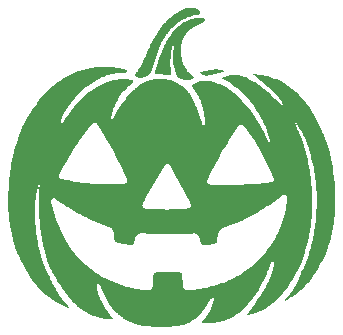
<source format=gbr>
%TF.GenerationSoftware,KiCad,Pcbnew,9.0.2*%
%TF.CreationDate,2025-10-05T19:09:32-07:00*%
%TF.ProjectId,PumpkinPCB,50756d70-6b69-46e5-9043-422e6b696361,rev?*%
%TF.SameCoordinates,Original*%
%TF.FileFunction,Paste,Top*%
%TF.FilePolarity,Positive*%
%FSLAX46Y46*%
G04 Gerber Fmt 4.6, Leading zero omitted, Abs format (unit mm)*
G04 Created by KiCad (PCBNEW 9.0.2) date 2025-10-05 19:09:32*
%MOMM*%
%LPD*%
G01*
G04 APERTURE LIST*
%ADD10C,0.000000*%
G04 APERTURE END LIST*
D10*
G36*
X148240000Y-78270000D02*
G01*
X148321967Y-78280049D01*
X148403523Y-78295146D01*
X148487669Y-78315199D01*
X148577402Y-78340115D01*
X148785635Y-78404162D01*
X148785635Y-78435912D01*
X148716116Y-78459965D01*
X148646391Y-78482464D01*
X148576430Y-78503584D01*
X148506205Y-78523501D01*
X148435686Y-78542392D01*
X148364843Y-78560432D01*
X148222072Y-78594662D01*
X148133071Y-78615621D01*
X147876899Y-78674744D01*
X147748560Y-78703160D01*
X147619970Y-78730468D01*
X147580870Y-78738889D01*
X147561634Y-78743326D01*
X147542538Y-78748018D01*
X147523531Y-78753044D01*
X147504561Y-78758481D01*
X147485575Y-78764407D01*
X147466521Y-78770900D01*
X147441477Y-78777925D01*
X147415708Y-78783768D01*
X147389330Y-78788430D01*
X147362460Y-78791915D01*
X147335214Y-78794224D01*
X147307711Y-78795361D01*
X147280065Y-78795329D01*
X147252395Y-78794128D01*
X147224817Y-78791763D01*
X147197448Y-78788236D01*
X147170404Y-78783549D01*
X147143803Y-78777704D01*
X147117761Y-78770706D01*
X147092396Y-78762555D01*
X147067823Y-78753254D01*
X147044160Y-78742807D01*
X147018649Y-78727707D01*
X146993533Y-78712191D01*
X146968772Y-78696263D01*
X146944326Y-78679925D01*
X146920154Y-78663181D01*
X146896217Y-78646033D01*
X146872474Y-78628484D01*
X146848885Y-78610537D01*
X146814221Y-78583871D01*
X146804307Y-78575713D01*
X146794523Y-78567400D01*
X146784853Y-78558949D01*
X146775286Y-78550380D01*
X146765806Y-78541710D01*
X146756401Y-78532960D01*
X146737760Y-78515287D01*
X146737760Y-78467662D01*
X147209486Y-78382530D01*
X147571574Y-78320943D01*
X147719004Y-78298745D01*
X147848024Y-78282154D01*
X147961633Y-78271078D01*
X148062833Y-78265422D01*
X148154622Y-78265094D01*
X148240000Y-78270000D01*
G37*
G36*
X146050000Y-73050000D02*
G01*
X146094286Y-73051268D01*
X146138849Y-73053758D01*
X146183539Y-73057587D01*
X146228205Y-73062871D01*
X146272695Y-73069729D01*
X146316861Y-73078277D01*
X146360550Y-73088632D01*
X146403613Y-73100913D01*
X146445899Y-73115236D01*
X146487257Y-73131718D01*
X146527536Y-73150476D01*
X146566587Y-73171629D01*
X146604258Y-73195293D01*
X146640399Y-73221585D01*
X146674859Y-73250622D01*
X146685301Y-73262360D01*
X146695107Y-73273737D01*
X146704288Y-73284846D01*
X146712856Y-73295777D01*
X146720820Y-73306621D01*
X146728193Y-73317469D01*
X146734985Y-73328411D01*
X146741207Y-73339539D01*
X146746869Y-73350944D01*
X146751984Y-73362715D01*
X146756562Y-73374945D01*
X146760613Y-73387724D01*
X146764149Y-73401142D01*
X146767181Y-73415291D01*
X146769720Y-73430262D01*
X146771776Y-73446145D01*
X146769747Y-73465225D01*
X146768800Y-73473113D01*
X146767823Y-73480097D01*
X146766759Y-73486324D01*
X146765550Y-73491945D01*
X146764141Y-73497106D01*
X146762475Y-73501956D01*
X146760495Y-73506643D01*
X146758145Y-73511316D01*
X146755368Y-73516122D01*
X146752106Y-73521210D01*
X146748304Y-73526729D01*
X146743905Y-73532826D01*
X146733088Y-73547348D01*
X146716614Y-73559453D01*
X146700132Y-73570556D01*
X146683609Y-73580712D01*
X146667013Y-73589976D01*
X146650311Y-73598403D01*
X146633471Y-73606047D01*
X146616461Y-73612965D01*
X146599247Y-73619209D01*
X146581797Y-73624836D01*
X146564078Y-73629899D01*
X146546059Y-73634455D01*
X146527706Y-73638557D01*
X146508987Y-73642260D01*
X146489869Y-73645620D01*
X146450308Y-73651528D01*
X146331189Y-73671552D01*
X146213666Y-73694923D01*
X146097734Y-73721673D01*
X145983390Y-73751838D01*
X145870630Y-73785453D01*
X145759451Y-73822551D01*
X145649849Y-73863166D01*
X145541821Y-73907334D01*
X145435363Y-73955089D01*
X145330471Y-74006465D01*
X145227143Y-74061497D01*
X145125374Y-74120218D01*
X145025161Y-74182664D01*
X144926501Y-74248869D01*
X144829389Y-74318866D01*
X144733823Y-74392692D01*
X144705835Y-74415039D01*
X144618742Y-74487172D01*
X144533294Y-74561657D01*
X144449817Y-74638552D01*
X144368636Y-74717914D01*
X144329008Y-74758537D01*
X144290075Y-74799799D01*
X144251879Y-74841706D01*
X144214459Y-74884265D01*
X144177857Y-74927484D01*
X144142112Y-74971370D01*
X144107266Y-75015929D01*
X144073360Y-75061169D01*
X144054826Y-75086084D01*
X144036141Y-75110878D01*
X143998493Y-75160277D01*
X143947570Y-75228635D01*
X143897944Y-75297651D01*
X143849530Y-75367336D01*
X143802240Y-75437702D01*
X143755987Y-75508759D01*
X143710682Y-75580519D01*
X143666240Y-75652992D01*
X143622573Y-75726189D01*
X143601015Y-75762812D01*
X143533629Y-75882397D01*
X143469971Y-76003267D01*
X143409770Y-76125345D01*
X143352758Y-76248553D01*
X143298663Y-76372814D01*
X143247218Y-76498050D01*
X143151197Y-76751138D01*
X143062536Y-77007199D01*
X142979080Y-77265612D01*
X142819155Y-77787017D01*
X142746889Y-78022695D01*
X142689931Y-78202375D01*
X142665601Y-78274599D01*
X142643188Y-78336883D01*
X142622054Y-78390580D01*
X142601562Y-78437043D01*
X142581076Y-78477625D01*
X142559959Y-78513680D01*
X142537573Y-78546559D01*
X142513282Y-78577616D01*
X142486449Y-78608205D01*
X142456436Y-78639678D01*
X142384326Y-78710688D01*
X142358342Y-78737660D01*
X142322856Y-78769492D01*
X142285738Y-78798583D01*
X142247118Y-78825023D01*
X142207124Y-78848905D01*
X142165884Y-78870319D01*
X142123528Y-78889356D01*
X142080183Y-78906109D01*
X142035977Y-78920669D01*
X141991040Y-78933127D01*
X141945500Y-78943574D01*
X141899485Y-78952102D01*
X141853124Y-78958802D01*
X141806545Y-78963765D01*
X141759877Y-78967083D01*
X141713248Y-78968848D01*
X141666787Y-78969150D01*
X141635489Y-78966436D01*
X141604208Y-78962880D01*
X141573018Y-78958419D01*
X141541993Y-78952992D01*
X141511208Y-78946538D01*
X141480736Y-78938994D01*
X141450652Y-78930299D01*
X141421030Y-78920391D01*
X141391943Y-78909209D01*
X141363467Y-78896690D01*
X141335675Y-78882774D01*
X141308642Y-78867398D01*
X141282441Y-78850500D01*
X141257147Y-78832020D01*
X141232834Y-78811895D01*
X141209576Y-78790063D01*
X141208038Y-78782378D01*
X141206783Y-78775013D01*
X141205819Y-78767931D01*
X141205159Y-78761093D01*
X141204814Y-78754461D01*
X141204796Y-78747998D01*
X141205114Y-78741666D01*
X141205781Y-78735426D01*
X141206807Y-78729241D01*
X141208204Y-78723072D01*
X141209983Y-78716883D01*
X141212156Y-78710634D01*
X141214733Y-78704288D01*
X141217725Y-78697807D01*
X141221144Y-78691153D01*
X141225001Y-78684288D01*
X141233464Y-78672718D01*
X141242018Y-78661239D01*
X141259374Y-78638509D01*
X141277020Y-78615999D01*
X141294904Y-78593610D01*
X141347738Y-78525221D01*
X141374557Y-78490439D01*
X141451037Y-78386019D01*
X141524477Y-78279328D01*
X141595068Y-78170557D01*
X141663002Y-78059896D01*
X141728468Y-77947535D01*
X141791657Y-77833666D01*
X141911966Y-77602163D01*
X142025454Y-77366910D01*
X142133645Y-77129432D01*
X142340235Y-76653892D01*
X142373595Y-76577174D01*
X142407631Y-76500827D01*
X142442491Y-76424852D01*
X142478320Y-76349251D01*
X142511104Y-76280480D01*
X142543695Y-76211615D01*
X142686941Y-75920926D01*
X142838218Y-75637205D01*
X142917221Y-75498051D01*
X142998656Y-75360752D01*
X143082663Y-75225345D01*
X143169384Y-75091867D01*
X143258959Y-74960356D01*
X143351531Y-74830850D01*
X143447239Y-74703386D01*
X143546226Y-74578002D01*
X143648632Y-74454735D01*
X143754598Y-74333623D01*
X143864266Y-74214703D01*
X143977776Y-74098012D01*
X144019575Y-74055626D01*
X144055598Y-74020150D01*
X144092062Y-73985449D01*
X144128985Y-73951451D01*
X144166383Y-73918082D01*
X144204274Y-73885270D01*
X144242674Y-73852941D01*
X144281602Y-73821023D01*
X144321073Y-73789442D01*
X144357268Y-73760276D01*
X144475523Y-73667342D01*
X144596454Y-73577272D01*
X144720177Y-73490809D01*
X144783122Y-73449162D01*
X144846807Y-73408695D01*
X144911248Y-73369500D01*
X144976459Y-73331671D01*
X145042454Y-73295300D01*
X145109248Y-73260480D01*
X145176855Y-73227304D01*
X145245289Y-73195865D01*
X145314565Y-73166255D01*
X145384698Y-73138566D01*
X145416257Y-73126141D01*
X145450230Y-73114018D01*
X145484220Y-73103268D01*
X145518243Y-73093807D01*
X145552313Y-73085552D01*
X145586444Y-73078419D01*
X145620651Y-73072326D01*
X145654949Y-73067189D01*
X145689351Y-73062925D01*
X145758529Y-73056684D01*
X145828300Y-73052937D01*
X145898781Y-73051018D01*
X145970089Y-73050262D01*
X146006141Y-73049836D01*
X146050000Y-73050000D01*
G37*
G36*
X146812106Y-73912419D02*
G01*
X146882160Y-73913412D01*
X146910437Y-73914395D01*
X146934941Y-73915825D01*
X146956215Y-73917795D01*
X146974805Y-73920396D01*
X146991255Y-73923720D01*
X147006110Y-73927861D01*
X147019915Y-73932909D01*
X147033214Y-73938957D01*
X147046551Y-73946096D01*
X147060473Y-73954420D01*
X147092244Y-73974989D01*
X147098001Y-73984521D01*
X147103203Y-73993718D01*
X147107873Y-74002643D01*
X147112035Y-74011359D01*
X147115712Y-74019930D01*
X147118929Y-74028420D01*
X147121708Y-74036891D01*
X147124074Y-74045409D01*
X147126050Y-74054036D01*
X147127659Y-74062836D01*
X147128926Y-74071872D01*
X147129874Y-74081209D01*
X147130527Y-74090909D01*
X147130908Y-74101036D01*
X147131040Y-74111654D01*
X147130948Y-74122827D01*
X147121319Y-74135844D01*
X147111529Y-74148453D01*
X147101567Y-74160677D01*
X147091421Y-74172541D01*
X147081080Y-74184068D01*
X147070535Y-74195282D01*
X147059772Y-74206207D01*
X147048783Y-74216867D01*
X147037555Y-74227285D01*
X147026077Y-74237487D01*
X147014339Y-74247494D01*
X147002329Y-74257333D01*
X146990037Y-74267025D01*
X146977451Y-74276596D01*
X146951354Y-74295467D01*
X146922064Y-74316116D01*
X146899164Y-74331482D01*
X146876041Y-74346360D01*
X146829176Y-74374788D01*
X146781565Y-74401666D01*
X146733303Y-74427261D01*
X146684484Y-74451842D01*
X146635203Y-74475674D01*
X146535636Y-74522165D01*
X146440992Y-74566674D01*
X146347917Y-74612428D01*
X146256531Y-74660058D01*
X146166956Y-74710191D01*
X146122886Y-74736393D01*
X146079314Y-74763456D01*
X146036256Y-74791459D01*
X145993726Y-74820482D01*
X145951740Y-74850601D01*
X145910314Y-74881897D01*
X145869461Y-74914447D01*
X145829198Y-74948330D01*
X145789875Y-74981254D01*
X145733994Y-75031617D01*
X145680215Y-75084485D01*
X145628623Y-75139722D01*
X145579297Y-75197194D01*
X145532322Y-75256765D01*
X145487779Y-75318301D01*
X145445750Y-75381665D01*
X145406318Y-75446723D01*
X145369564Y-75513340D01*
X145335571Y-75581381D01*
X145304422Y-75650710D01*
X145276197Y-75721193D01*
X145250981Y-75792694D01*
X145228854Y-75865078D01*
X145209899Y-75938210D01*
X145194198Y-76011955D01*
X145181482Y-76074026D01*
X145170511Y-76133549D01*
X145161023Y-76192966D01*
X145152937Y-76252356D01*
X145146172Y-76311800D01*
X145140646Y-76371377D01*
X145136280Y-76431166D01*
X145132990Y-76491249D01*
X145130698Y-76551704D01*
X145128714Y-76604664D01*
X145128865Y-76743068D01*
X145134745Y-76880354D01*
X145146424Y-77016344D01*
X145163969Y-77150859D01*
X145187450Y-77283722D01*
X145216935Y-77414753D01*
X145252493Y-77543776D01*
X145294193Y-77670612D01*
X145342103Y-77795083D01*
X145396292Y-77917011D01*
X145456829Y-78036217D01*
X145523783Y-78152524D01*
X145597222Y-78265754D01*
X145677215Y-78375728D01*
X145763831Y-78482268D01*
X145857138Y-78585197D01*
X145895937Y-78623927D01*
X145935397Y-78661390D01*
X145975572Y-78697689D01*
X146016513Y-78732925D01*
X146058275Y-78767202D01*
X146100912Y-78800621D01*
X146144476Y-78833285D01*
X146189021Y-78865295D01*
X146222469Y-78889425D01*
X146252441Y-78910317D01*
X146256183Y-78914317D01*
X146259457Y-78917913D01*
X146262296Y-78921231D01*
X146263562Y-78922825D01*
X146264730Y-78924396D01*
X146265805Y-78925961D01*
X146266790Y-78927536D01*
X146267690Y-78929136D01*
X146268508Y-78930776D01*
X146269248Y-78932473D01*
X146269915Y-78934243D01*
X146270511Y-78936100D01*
X146271041Y-78938062D01*
X146271508Y-78940143D01*
X146271918Y-78942360D01*
X146272273Y-78944728D01*
X146272577Y-78947263D01*
X146272834Y-78949981D01*
X146273049Y-78952898D01*
X146273225Y-78956029D01*
X146273366Y-78959390D01*
X146273558Y-78966865D01*
X146273656Y-78975450D01*
X146273698Y-78996454D01*
X146099073Y-79073845D01*
X146049527Y-79095975D01*
X146002629Y-79115602D01*
X145956301Y-79132967D01*
X145910452Y-79148049D01*
X145864990Y-79160822D01*
X145819824Y-79171263D01*
X145774862Y-79179350D01*
X145730012Y-79185057D01*
X145685182Y-79188363D01*
X145640281Y-79189244D01*
X145595217Y-79187675D01*
X145549899Y-79183634D01*
X145504234Y-79177096D01*
X145458131Y-79168040D01*
X145411498Y-79156440D01*
X145364244Y-79142274D01*
X145316277Y-79125518D01*
X145285638Y-79113370D01*
X145255094Y-79101019D01*
X145194198Y-79075830D01*
X145150208Y-79057557D01*
X145084778Y-79029738D01*
X145019573Y-79001408D01*
X144979028Y-78983706D01*
X144953451Y-78971377D01*
X144929953Y-78958601D01*
X144908381Y-78945311D01*
X144888583Y-78931439D01*
X144870406Y-78916917D01*
X144853698Y-78901677D01*
X144838305Y-78885652D01*
X144824076Y-78868772D01*
X144810858Y-78850970D01*
X144798498Y-78832178D01*
X144786845Y-78812328D01*
X144775744Y-78791352D01*
X144765044Y-78769182D01*
X144754592Y-78745751D01*
X144744236Y-78720989D01*
X144733823Y-78694829D01*
X144720901Y-78655087D01*
X144708401Y-78615256D01*
X144696285Y-78575306D01*
X144684515Y-78535207D01*
X144676577Y-78507826D01*
X144673567Y-78498074D01*
X144670714Y-78489578D01*
X144667657Y-78481313D01*
X144664033Y-78472252D01*
X144653638Y-78447640D01*
X144649995Y-78437965D01*
X144646612Y-78428284D01*
X144643471Y-78418594D01*
X144640551Y-78408891D01*
X144635300Y-78389430D01*
X144630703Y-78369870D01*
X144626604Y-78350180D01*
X144622849Y-78330328D01*
X144615745Y-78290017D01*
X144613150Y-78276778D01*
X144610998Y-78266384D01*
X144610000Y-78261975D01*
X144609005Y-78257942D01*
X144607978Y-78254173D01*
X144606884Y-78250556D01*
X144605688Y-78246980D01*
X144604353Y-78243332D01*
X144602843Y-78239502D01*
X144601125Y-78235376D01*
X144596915Y-78225794D01*
X144591440Y-78213690D01*
X144550469Y-78091700D01*
X144518146Y-77963947D01*
X144493743Y-77831208D01*
X144476530Y-77694259D01*
X144465778Y-77553876D01*
X144460757Y-77410834D01*
X144460740Y-77265909D01*
X144464996Y-77119877D01*
X144483411Y-76827594D01*
X144510171Y-76540193D01*
X144565389Y-76004859D01*
X144567989Y-75973897D01*
X144570220Y-75943051D01*
X144572067Y-75912277D01*
X144573517Y-75881532D01*
X144574557Y-75850770D01*
X144575172Y-75819949D01*
X144575348Y-75789025D01*
X144575073Y-75757955D01*
X144521876Y-75913831D01*
X144473306Y-76070083D01*
X144429261Y-76226932D01*
X144389643Y-76384602D01*
X144354352Y-76543317D01*
X144323289Y-76703298D01*
X144296354Y-76864770D01*
X144273448Y-77027955D01*
X144269241Y-77059276D01*
X144259163Y-77145181D01*
X144251354Y-77231006D01*
X144245539Y-77316804D01*
X144241442Y-77402630D01*
X144238788Y-77488537D01*
X144237302Y-77574579D01*
X144236729Y-77747283D01*
X144236745Y-77804290D01*
X144237398Y-77907455D01*
X144239269Y-78010138D01*
X144242516Y-78112464D01*
X144247294Y-78214557D01*
X144253760Y-78316540D01*
X144262070Y-78418538D01*
X144272380Y-78520675D01*
X144284846Y-78623075D01*
X144286742Y-78642083D01*
X144288189Y-78660967D01*
X144289221Y-78679773D01*
X144289871Y-78698544D01*
X144290172Y-78717328D01*
X144290159Y-78736169D01*
X144289865Y-78755113D01*
X144289323Y-78774204D01*
X144226451Y-78767296D01*
X144163682Y-78759851D01*
X144100976Y-78751891D01*
X144038292Y-78743439D01*
X143955349Y-78732855D01*
X143872334Y-78723412D01*
X143789225Y-78714815D01*
X143705996Y-78706768D01*
X143652104Y-78701120D01*
X143598520Y-78694558D01*
X143571791Y-78690876D01*
X143545076Y-78686897D01*
X143518354Y-78682597D01*
X143491604Y-78677955D01*
X143447673Y-78671399D01*
X143403656Y-78666254D01*
X143359562Y-78662297D01*
X143315398Y-78659309D01*
X143271170Y-78657068D01*
X143226886Y-78655353D01*
X143138179Y-78652618D01*
X143076203Y-78650147D01*
X143045468Y-78648412D01*
X143014834Y-78646230D01*
X142984253Y-78643517D01*
X142953674Y-78640186D01*
X142923047Y-78636152D01*
X142892323Y-78631330D01*
X142896654Y-78599299D01*
X142901857Y-78567517D01*
X142907867Y-78535964D01*
X142914617Y-78504619D01*
X142930072Y-78442469D01*
X142947693Y-78380905D01*
X142966951Y-78319762D01*
X142987315Y-78258877D01*
X143029245Y-78137220D01*
X143075028Y-78001616D01*
X143105143Y-77912430D01*
X143132985Y-77829186D01*
X143160343Y-77745806D01*
X143213792Y-77578611D01*
X143289669Y-77343939D01*
X143369206Y-77110584D01*
X143410780Y-76994558D01*
X143453788Y-76879050D01*
X143498404Y-76764124D01*
X143544801Y-76649844D01*
X143554876Y-76625174D01*
X143564808Y-76600459D01*
X143584362Y-76550895D01*
X143674305Y-76334868D01*
X143722274Y-76228477D01*
X143772285Y-76123222D01*
X143824368Y-76019147D01*
X143878558Y-75916294D01*
X143934885Y-75814704D01*
X143993381Y-75714419D01*
X144054080Y-75615483D01*
X144117012Y-75517937D01*
X144182211Y-75421822D01*
X144249708Y-75327182D01*
X144319536Y-75234058D01*
X144391726Y-75142492D01*
X144466311Y-75052527D01*
X144543323Y-74964205D01*
X144565183Y-74939376D01*
X144640263Y-74856601D01*
X144718108Y-74775761D01*
X144798642Y-74697090D01*
X144881792Y-74620822D01*
X144967482Y-74547190D01*
X145055639Y-74476427D01*
X145146186Y-74408767D01*
X145239051Y-74344443D01*
X145334157Y-74283689D01*
X145431430Y-74226738D01*
X145530796Y-74173823D01*
X145632180Y-74125178D01*
X145735507Y-74081037D01*
X145840702Y-74041632D01*
X145947692Y-74007198D01*
X146056401Y-73977967D01*
X146087723Y-73970323D01*
X146158714Y-73955264D01*
X146229591Y-73942714D01*
X146300464Y-73932538D01*
X146371444Y-73924599D01*
X146442643Y-73918760D01*
X146514173Y-73914885D01*
X146586143Y-73912838D01*
X146658667Y-73912483D01*
X146720420Y-73912110D01*
X146812106Y-73912419D01*
G37*
G36*
X138837751Y-78040502D02*
G01*
X138909488Y-78042630D01*
X138981174Y-78045842D01*
X139052809Y-78049999D01*
X139124389Y-78054961D01*
X139267381Y-78066742D01*
X139380854Y-78077711D01*
X139494101Y-78090381D01*
X139607113Y-78104755D01*
X139719886Y-78120837D01*
X139832413Y-78138630D01*
X139944688Y-78158138D01*
X140056706Y-78179366D01*
X140168461Y-78202316D01*
X140189773Y-78207022D01*
X140210970Y-78212021D01*
X140232037Y-78217381D01*
X140252962Y-78223171D01*
X140273731Y-78229459D01*
X140294332Y-78236315D01*
X140314751Y-78243806D01*
X140334974Y-78252003D01*
X140350460Y-78258272D01*
X140366079Y-78264006D01*
X140381833Y-78269233D01*
X140397720Y-78273984D01*
X140413741Y-78278288D01*
X140429897Y-78282176D01*
X140446186Y-78285677D01*
X140462609Y-78288822D01*
X140475089Y-78291263D01*
X140487528Y-78294030D01*
X140499926Y-78297076D01*
X140512286Y-78300356D01*
X140524609Y-78303821D01*
X140536896Y-78307426D01*
X140561368Y-78314866D01*
X140563175Y-78315476D01*
X140564939Y-78316171D01*
X140566659Y-78316948D01*
X140568333Y-78317806D01*
X140569962Y-78318741D01*
X140571543Y-78319749D01*
X140573077Y-78320830D01*
X140574562Y-78321978D01*
X140575997Y-78323193D01*
X140577383Y-78324471D01*
X140578717Y-78325808D01*
X140579999Y-78327203D01*
X140581228Y-78328653D01*
X140582404Y-78330154D01*
X140583525Y-78331704D01*
X140584590Y-78333300D01*
X140585600Y-78334940D01*
X140586552Y-78336619D01*
X140587447Y-78338337D01*
X140588282Y-78340089D01*
X140589058Y-78341873D01*
X140589774Y-78343686D01*
X140590428Y-78345526D01*
X140591020Y-78347389D01*
X140591550Y-78349273D01*
X140592015Y-78351175D01*
X140592415Y-78353091D01*
X140592751Y-78355020D01*
X140593019Y-78356959D01*
X140593221Y-78358904D01*
X140593354Y-78360853D01*
X140593418Y-78362802D01*
X140593325Y-78373151D01*
X140592634Y-78383184D01*
X140591355Y-78392907D01*
X140589497Y-78402325D01*
X140587068Y-78411443D01*
X140584079Y-78420266D01*
X140580537Y-78428797D01*
X140576452Y-78437043D01*
X140571834Y-78445008D01*
X140566690Y-78452697D01*
X140561031Y-78460115D01*
X140554865Y-78467267D01*
X140548201Y-78474157D01*
X140541049Y-78480790D01*
X140533417Y-78487171D01*
X140525315Y-78493306D01*
X140520008Y-78497006D01*
X140514623Y-78500544D01*
X140509162Y-78503922D01*
X140503626Y-78507137D01*
X140498015Y-78510189D01*
X140492331Y-78513078D01*
X140486575Y-78515802D01*
X140480746Y-78518362D01*
X140474847Y-78520756D01*
X140468878Y-78522983D01*
X140462841Y-78525044D01*
X140456735Y-78526938D01*
X140450563Y-78528663D01*
X140444324Y-78530219D01*
X140438021Y-78531606D01*
X140431653Y-78532822D01*
X140413963Y-78535713D01*
X140396249Y-78538176D01*
X140378502Y-78540185D01*
X140360712Y-78541715D01*
X140342869Y-78542738D01*
X140324965Y-78543230D01*
X140306991Y-78543163D01*
X140288936Y-78542512D01*
X140218383Y-78539925D01*
X140147922Y-78539407D01*
X140077543Y-78540750D01*
X140007235Y-78543745D01*
X139936986Y-78548183D01*
X139866786Y-78553857D01*
X139796623Y-78560557D01*
X139726485Y-78568076D01*
X139581048Y-78587328D01*
X139437111Y-78612287D01*
X139294615Y-78642693D01*
X139153497Y-78678285D01*
X139013696Y-78718804D01*
X138875152Y-78763988D01*
X138737801Y-78813578D01*
X138601583Y-78867313D01*
X138452875Y-78931035D01*
X138306372Y-78998860D01*
X138161991Y-79070617D01*
X138019645Y-79146138D01*
X137879249Y-79225252D01*
X137740716Y-79307792D01*
X137603963Y-79393588D01*
X137468902Y-79482469D01*
X137363754Y-79554752D01*
X137260234Y-79628829D01*
X137158326Y-79704685D01*
X137058017Y-79782302D01*
X136959293Y-79861664D01*
X136862141Y-79942755D01*
X136766545Y-80025557D01*
X136672493Y-80110053D01*
X136579970Y-80196228D01*
X136488962Y-80284063D01*
X136399455Y-80373544D01*
X136311436Y-80464652D01*
X136224890Y-80557371D01*
X136139803Y-80651684D01*
X135973953Y-80845027D01*
X135879209Y-80961411D01*
X135786752Y-81079438D01*
X135696536Y-81199069D01*
X135608511Y-81320265D01*
X135522629Y-81442986D01*
X135438842Y-81567193D01*
X135357101Y-81692847D01*
X135277359Y-81819910D01*
X135260119Y-81848381D01*
X135251669Y-81862734D01*
X135243386Y-81877179D01*
X135235311Y-81891729D01*
X135227486Y-81906394D01*
X135219951Y-81921186D01*
X135212747Y-81936115D01*
X135157197Y-82057209D01*
X135103747Y-82179182D01*
X135077964Y-82240567D01*
X135052890Y-82302255D01*
X135028587Y-82364275D01*
X135005118Y-82426653D01*
X134996062Y-82451914D01*
X134987412Y-82477325D01*
X134970999Y-82528477D01*
X134939380Y-82631266D01*
X134937714Y-82636846D01*
X134936226Y-82642454D01*
X134934912Y-82648088D01*
X134933766Y-82653744D01*
X134932786Y-82659420D01*
X134931965Y-82665115D01*
X134931301Y-82670825D01*
X134930787Y-82676549D01*
X134930421Y-82682284D01*
X134930197Y-82688028D01*
X134930112Y-82693779D01*
X134930160Y-82699533D01*
X134930337Y-82705290D01*
X134930639Y-82711046D01*
X134931601Y-82722547D01*
X134931904Y-82725021D01*
X134932275Y-82727500D01*
X134932713Y-82729981D01*
X134933216Y-82732461D01*
X134933780Y-82734938D01*
X134934405Y-82737409D01*
X134935088Y-82739870D01*
X134935828Y-82742319D01*
X134936621Y-82744754D01*
X134937466Y-82747170D01*
X134939303Y-82751939D01*
X134941322Y-82756603D01*
X134943507Y-82761139D01*
X134945469Y-82764757D01*
X134947629Y-82768228D01*
X134949977Y-82771548D01*
X134952504Y-82774717D01*
X134955201Y-82777731D01*
X134958059Y-82780588D01*
X134961069Y-82783286D01*
X134964222Y-82785822D01*
X134967508Y-82788195D01*
X134970919Y-82790401D01*
X134974446Y-82792438D01*
X134978079Y-82794305D01*
X134981810Y-82795998D01*
X134985628Y-82797515D01*
X134989526Y-82798854D01*
X134993494Y-82800013D01*
X134997522Y-82800989D01*
X135001603Y-82801780D01*
X135005726Y-82802384D01*
X135009883Y-82802797D01*
X135014064Y-82803019D01*
X135018261Y-82803045D01*
X135022465Y-82802875D01*
X135026665Y-82802506D01*
X135030854Y-82801935D01*
X135035021Y-82801160D01*
X135039159Y-82800179D01*
X135043257Y-82798989D01*
X135047307Y-82797588D01*
X135051300Y-82795974D01*
X135055226Y-82794144D01*
X135059077Y-82792095D01*
X135063484Y-82789541D01*
X135067873Y-82786874D01*
X135072209Y-82784084D01*
X135076460Y-82781161D01*
X135078543Y-82779648D01*
X135080592Y-82778098D01*
X135082603Y-82776510D01*
X135084571Y-82774884D01*
X135086493Y-82773217D01*
X135088364Y-82771509D01*
X135090181Y-82769759D01*
X135091938Y-82767966D01*
X135109460Y-82749253D01*
X135118158Y-82739829D01*
X135126744Y-82730314D01*
X135135167Y-82720672D01*
X135143373Y-82710869D01*
X135151312Y-82700869D01*
X135155164Y-82695785D01*
X135158931Y-82690638D01*
X135200535Y-82632176D01*
X135241739Y-82573449D01*
X135282495Y-82514424D01*
X135322760Y-82455069D01*
X135417147Y-82314722D01*
X135512296Y-82174907D01*
X135608725Y-82035986D01*
X135706951Y-81898317D01*
X135819883Y-81745628D01*
X135935533Y-81595275D01*
X136054025Y-81447366D01*
X136175488Y-81302007D01*
X136300048Y-81159303D01*
X136427830Y-81019361D01*
X136558961Y-80882288D01*
X136693567Y-80748189D01*
X136819204Y-80628747D01*
X136947324Y-80512413D01*
X137077995Y-80399279D01*
X137211290Y-80289433D01*
X137347279Y-80182966D01*
X137486032Y-80079967D01*
X137627620Y-79980526D01*
X137772114Y-79884732D01*
X137913730Y-79796279D01*
X138057398Y-79711992D01*
X138203192Y-79632034D01*
X138351183Y-79556570D01*
X138501443Y-79485764D01*
X138654046Y-79419780D01*
X138809062Y-79358781D01*
X138966565Y-79302931D01*
X139058052Y-79273309D01*
X139149998Y-79245651D01*
X139242417Y-79219973D01*
X139335321Y-79196289D01*
X139428724Y-79174614D01*
X139522639Y-79154963D01*
X139617078Y-79137352D01*
X139712055Y-79121794D01*
X139785781Y-79111361D01*
X139859576Y-79102506D01*
X139933448Y-79095139D01*
X140007401Y-79089171D01*
X140081444Y-79084513D01*
X140155584Y-79081075D01*
X140229825Y-79078768D01*
X140304177Y-79077503D01*
X140345481Y-79077537D01*
X140386647Y-79078461D01*
X140468575Y-79082911D01*
X140549986Y-79090713D01*
X140630904Y-79101728D01*
X140711354Y-79115815D01*
X140791358Y-79132837D01*
X140870943Y-79152653D01*
X140950131Y-79175124D01*
X140972115Y-79181900D01*
X140994025Y-79188970D01*
X141037681Y-79203738D01*
X141124756Y-79234019D01*
X141125513Y-79234325D01*
X141126236Y-79234705D01*
X141126924Y-79235155D01*
X141127576Y-79235670D01*
X141128193Y-79236246D01*
X141128772Y-79236878D01*
X141129315Y-79237563D01*
X141129818Y-79238296D01*
X141130284Y-79239072D01*
X141130709Y-79239888D01*
X141131095Y-79240739D01*
X141131439Y-79241621D01*
X141131742Y-79242529D01*
X141132003Y-79243460D01*
X141132221Y-79244408D01*
X141132396Y-79245371D01*
X141132526Y-79246342D01*
X141132612Y-79247318D01*
X141132651Y-79248295D01*
X141132645Y-79249269D01*
X141132592Y-79250234D01*
X141132492Y-79251188D01*
X141132343Y-79252125D01*
X141132145Y-79253041D01*
X141131898Y-79253932D01*
X141131600Y-79254793D01*
X141131252Y-79255621D01*
X141130852Y-79256411D01*
X141130400Y-79257158D01*
X141129896Y-79257859D01*
X141129337Y-79258509D01*
X141128725Y-79259103D01*
X141113356Y-79272569D01*
X141097927Y-79285978D01*
X141082379Y-79299208D01*
X141074542Y-79305718D01*
X141066653Y-79312139D01*
X140973361Y-79388562D01*
X140881637Y-79466661D01*
X140791532Y-79546486D01*
X140703096Y-79628089D01*
X140616378Y-79711523D01*
X140531430Y-79796840D01*
X140448302Y-79884092D01*
X140367042Y-79973330D01*
X140268706Y-80087032D01*
X140174325Y-80202817D01*
X140083909Y-80320690D01*
X139997470Y-80440658D01*
X139915018Y-80562728D01*
X139836566Y-80686905D01*
X139762122Y-80813195D01*
X139691700Y-80941606D01*
X139625308Y-81072144D01*
X139562959Y-81204813D01*
X139504663Y-81339622D01*
X139450432Y-81476576D01*
X139400275Y-81615682D01*
X139354205Y-81756945D01*
X139312231Y-81900373D01*
X139274366Y-82045970D01*
X139259640Y-82108320D01*
X139245764Y-82170820D01*
X139232650Y-82233457D01*
X139220212Y-82296220D01*
X139197012Y-82422066D01*
X139175464Y-82548255D01*
X139166773Y-82598678D01*
X139162427Y-82623912D01*
X139158319Y-82649220D01*
X139157739Y-82652692D01*
X139157190Y-82656426D01*
X139156983Y-82658329D01*
X139156850Y-82660223D01*
X139156814Y-82662084D01*
X139156897Y-82663885D01*
X139157121Y-82665602D01*
X139157292Y-82666422D01*
X139157508Y-82667211D01*
X139157770Y-82667968D01*
X139158081Y-82668687D01*
X139158444Y-82669367D01*
X139158862Y-82670004D01*
X139159338Y-82670596D01*
X139159873Y-82671138D01*
X139160472Y-82671629D01*
X139161137Y-82672064D01*
X139161871Y-82672441D01*
X139162676Y-82672757D01*
X139163555Y-82673008D01*
X139164511Y-82673192D01*
X139165163Y-82673264D01*
X139165837Y-82673273D01*
X139166532Y-82673222D01*
X139167245Y-82673114D01*
X139167976Y-82672950D01*
X139168722Y-82672734D01*
X139169482Y-82672467D01*
X139170253Y-82672152D01*
X139171824Y-82671390D01*
X139173421Y-82670465D01*
X139175029Y-82669399D01*
X139176635Y-82668211D01*
X139178224Y-82666920D01*
X139179782Y-82665547D01*
X139181296Y-82664111D01*
X139182749Y-82662632D01*
X139184130Y-82661130D01*
X139185422Y-82659624D01*
X139186613Y-82658135D01*
X139187688Y-82656682D01*
X139282700Y-82519896D01*
X139329335Y-82450933D01*
X139375330Y-82381548D01*
X139420641Y-82311709D01*
X139465222Y-82241384D01*
X139509030Y-82170542D01*
X139552019Y-82099151D01*
X139729244Y-81799134D01*
X139907302Y-81499712D01*
X140031235Y-81301162D01*
X140161143Y-81107383D01*
X140297094Y-80918431D01*
X140439154Y-80734358D01*
X140587390Y-80555219D01*
X140741870Y-80381067D01*
X140902660Y-80211958D01*
X141069828Y-80047943D01*
X141131678Y-79990203D01*
X141194347Y-79933417D01*
X141257820Y-79877573D01*
X141322082Y-79822657D01*
X141387117Y-79768655D01*
X141452912Y-79715556D01*
X141519450Y-79663346D01*
X141586718Y-79612012D01*
X141638942Y-79573755D01*
X141691902Y-79537013D01*
X141745589Y-79501767D01*
X141799989Y-79467996D01*
X141855093Y-79435680D01*
X141910888Y-79404798D01*
X141967365Y-79375330D01*
X142024511Y-79347255D01*
X142082316Y-79320553D01*
X142140768Y-79295204D01*
X142199856Y-79271187D01*
X142259570Y-79248481D01*
X142319897Y-79227066D01*
X142380828Y-79206923D01*
X142442349Y-79188029D01*
X142504452Y-79170365D01*
X142561423Y-79155410D01*
X142618630Y-79141601D01*
X142676072Y-79128909D01*
X142733746Y-79117302D01*
X142791651Y-79106752D01*
X142849785Y-79097230D01*
X142908145Y-79088704D01*
X142966731Y-79081146D01*
X143048554Y-79072319D01*
X143130420Y-79065597D01*
X143212312Y-79060970D01*
X143294213Y-79058428D01*
X143376106Y-79057963D01*
X143457976Y-79059564D01*
X143539804Y-79063222D01*
X143621575Y-79068929D01*
X143725182Y-79078954D01*
X143827813Y-79091910D01*
X143929449Y-79107831D01*
X144030073Y-79126752D01*
X144129669Y-79148708D01*
X144228219Y-79173734D01*
X144325706Y-79201866D01*
X144422112Y-79233138D01*
X144517421Y-79267586D01*
X144611614Y-79305245D01*
X144704676Y-79346149D01*
X144796589Y-79390334D01*
X144887335Y-79437836D01*
X144976897Y-79488688D01*
X145065259Y-79542927D01*
X145152402Y-79600587D01*
X145216028Y-79645525D01*
X145278079Y-79691936D01*
X145338555Y-79739818D01*
X145397455Y-79789171D01*
X145454778Y-79839994D01*
X145510524Y-79892285D01*
X145564692Y-79946045D01*
X145617281Y-80001271D01*
X145668291Y-80057963D01*
X145717720Y-80116120D01*
X145765569Y-80175741D01*
X145811836Y-80236826D01*
X145856521Y-80299372D01*
X145899623Y-80363380D01*
X145941141Y-80428849D01*
X145981075Y-80495777D01*
X146032855Y-80587253D01*
X146082887Y-80679599D01*
X146131271Y-80772764D01*
X146178105Y-80866696D01*
X146223488Y-80961342D01*
X146267519Y-81056650D01*
X146310296Y-81152569D01*
X146351917Y-81249046D01*
X146406017Y-81379199D01*
X146458194Y-81510055D01*
X146508637Y-81641544D01*
X146557537Y-81773595D01*
X146651462Y-82039099D01*
X146741488Y-82306003D01*
X146832909Y-82583280D01*
X146878002Y-82722104D01*
X146922305Y-82861152D01*
X146927775Y-82877488D01*
X146933766Y-82893402D01*
X146940279Y-82908899D01*
X146947316Y-82923985D01*
X146954876Y-82938663D01*
X146962960Y-82952941D01*
X146971570Y-82966822D01*
X146980705Y-82980313D01*
X146990367Y-82993420D01*
X147000556Y-83006146D01*
X147011273Y-83018498D01*
X147022519Y-83030481D01*
X147034293Y-83042100D01*
X147046598Y-83053361D01*
X147059433Y-83064269D01*
X147072800Y-83074829D01*
X147073466Y-83075328D01*
X147074126Y-83075786D01*
X147074778Y-83076204D01*
X147075424Y-83076581D01*
X147076063Y-83076918D01*
X147076694Y-83077214D01*
X147077318Y-83077469D01*
X147077934Y-83077685D01*
X147078542Y-83077860D01*
X147079142Y-83077994D01*
X147079734Y-83078089D01*
X147080317Y-83078143D01*
X147080892Y-83078157D01*
X147081457Y-83078131D01*
X147082014Y-83078064D01*
X147082562Y-83077958D01*
X147083101Y-83077812D01*
X147083630Y-83077626D01*
X147084149Y-83077400D01*
X147084659Y-83077135D01*
X147085158Y-83076829D01*
X147085648Y-83076484D01*
X147086127Y-83076099D01*
X147086595Y-83075675D01*
X147087053Y-83075211D01*
X147087500Y-83074708D01*
X147087936Y-83074165D01*
X147088361Y-83073582D01*
X147088774Y-83072961D01*
X147089176Y-83072300D01*
X147089566Y-83071600D01*
X147089944Y-83070860D01*
X147091728Y-83067480D01*
X147093588Y-83064116D01*
X147095467Y-83060756D01*
X147097307Y-83057387D01*
X147099050Y-83053995D01*
X147099868Y-83052287D01*
X147100639Y-83050568D01*
X147101357Y-83048837D01*
X147102015Y-83047092D01*
X147102606Y-83045332D01*
X147103122Y-83043555D01*
X147112854Y-83003667D01*
X147121539Y-82963642D01*
X147129127Y-82923465D01*
X147135566Y-82883119D01*
X147140808Y-82842586D01*
X147144801Y-82801851D01*
X147147496Y-82760896D01*
X147148841Y-82719706D01*
X147149067Y-82655543D01*
X147147787Y-82591510D01*
X147145105Y-82527589D01*
X147141123Y-82463761D01*
X147135942Y-82400007D01*
X147129666Y-82336309D01*
X147122396Y-82272649D01*
X147114234Y-82209007D01*
X147086747Y-82027240D01*
X147053280Y-81847091D01*
X147013926Y-81668543D01*
X146968780Y-81491576D01*
X146917933Y-81316171D01*
X146861480Y-81142311D01*
X146799512Y-80969976D01*
X146732123Y-80799148D01*
X146678593Y-80675161D01*
X146621010Y-80553542D01*
X146559220Y-80434396D01*
X146526698Y-80375784D01*
X146493067Y-80317830D01*
X146458307Y-80260548D01*
X146422398Y-80203950D01*
X146385322Y-80148051D01*
X146347059Y-80092863D01*
X146307589Y-80038400D01*
X146266895Y-79984676D01*
X146224955Y-79931702D01*
X146181752Y-79879493D01*
X146175175Y-79871658D01*
X146168670Y-79863747D01*
X146162250Y-79855759D01*
X146155927Y-79847692D01*
X146149717Y-79839542D01*
X146143631Y-79831309D01*
X146137684Y-79822989D01*
X146131888Y-79814580D01*
X146126936Y-79807147D01*
X146122096Y-79799611D01*
X146117389Y-79791974D01*
X146112839Y-79784239D01*
X146108467Y-79776408D01*
X146104296Y-79768481D01*
X146100348Y-79760461D01*
X146096646Y-79752350D01*
X146093663Y-79745367D01*
X146090909Y-79738242D01*
X146088389Y-79730997D01*
X146086109Y-79723656D01*
X146084075Y-79716241D01*
X146082292Y-79708774D01*
X146080766Y-79701276D01*
X146079502Y-79693772D01*
X146078593Y-79686517D01*
X146078068Y-79679338D01*
X146077922Y-79672239D01*
X146078152Y-79665221D01*
X146078754Y-79658286D01*
X146079725Y-79651438D01*
X146081060Y-79644678D01*
X146082756Y-79638009D01*
X146084809Y-79631432D01*
X146087216Y-79624951D01*
X146089972Y-79618568D01*
X146093075Y-79612285D01*
X146096519Y-79606104D01*
X146100303Y-79600028D01*
X146104421Y-79594059D01*
X146108870Y-79588200D01*
X146114612Y-79581211D01*
X146120521Y-79574407D01*
X146126588Y-79567780D01*
X146132807Y-79561321D01*
X146139168Y-79555021D01*
X146145663Y-79548874D01*
X146152284Y-79542869D01*
X146159023Y-79537000D01*
X146165872Y-79531257D01*
X146172823Y-79525632D01*
X146186996Y-79514703D01*
X146201477Y-79504147D01*
X146216201Y-79493896D01*
X146262371Y-79463519D01*
X146309340Y-79434683D01*
X146357119Y-79407423D01*
X146405714Y-79381779D01*
X146455137Y-79357786D01*
X146505396Y-79335483D01*
X146556499Y-79314906D01*
X146608457Y-79296094D01*
X146669693Y-79276446D01*
X146731364Y-79259278D01*
X146793475Y-79244569D01*
X146856028Y-79232300D01*
X146919027Y-79222449D01*
X146982477Y-79214995D01*
X147046380Y-79209919D01*
X147110741Y-79207200D01*
X147154661Y-79206661D01*
X147198436Y-79207110D01*
X147242071Y-79208519D01*
X147285570Y-79210860D01*
X147372175Y-79218225D01*
X147458285Y-79228984D01*
X147543934Y-79242912D01*
X147629155Y-79259788D01*
X147713981Y-79279387D01*
X147798447Y-79301488D01*
X147967447Y-79351746D01*
X148133719Y-79408160D01*
X148297300Y-79470632D01*
X148458231Y-79539064D01*
X148616549Y-79613360D01*
X148772295Y-79693423D01*
X148925507Y-79779156D01*
X149076224Y-79870461D01*
X149194835Y-79947147D01*
X149311264Y-80026663D01*
X149425566Y-80108936D01*
X149537791Y-80193894D01*
X149647992Y-80281463D01*
X149756221Y-80371572D01*
X149862531Y-80464148D01*
X149966972Y-80559118D01*
X150142536Y-80726865D01*
X150312811Y-80899180D01*
X150477880Y-81075991D01*
X150637829Y-81257221D01*
X150792739Y-81442797D01*
X150942696Y-81632645D01*
X151087782Y-81826690D01*
X151228082Y-82024857D01*
X151317300Y-82156444D01*
X151404502Y-82289245D01*
X151489755Y-82423220D01*
X151573125Y-82558334D01*
X151654679Y-82694548D01*
X151734484Y-82831826D01*
X151812608Y-82970129D01*
X151889116Y-83109420D01*
X152004445Y-83326660D01*
X152116306Y-83545614D01*
X152224983Y-83766145D01*
X152330757Y-83988118D01*
X152349312Y-84027515D01*
X152368104Y-84066838D01*
X152387194Y-84106012D01*
X152406642Y-84144963D01*
X152424993Y-84180252D01*
X152444002Y-84215138D01*
X152463719Y-84249588D01*
X152484190Y-84283571D01*
X152505465Y-84317056D01*
X152527593Y-84350011D01*
X152550620Y-84382404D01*
X152574597Y-84414203D01*
X152593183Y-84438560D01*
X152611455Y-84463182D01*
X152647881Y-84512548D01*
X152666448Y-84536958D01*
X152685527Y-84560962D01*
X152705324Y-84584393D01*
X152715556Y-84595842D01*
X152726045Y-84607084D01*
X152726245Y-84607289D01*
X152726456Y-84607488D01*
X152726910Y-84607865D01*
X152727405Y-84608217D01*
X152727936Y-84608543D01*
X152728498Y-84608842D01*
X152729087Y-84609116D01*
X152729700Y-84609363D01*
X152730332Y-84609584D01*
X152730979Y-84609780D01*
X152731636Y-84609949D01*
X152732300Y-84610092D01*
X152732967Y-84610209D01*
X152733631Y-84610301D01*
X152734289Y-84610366D01*
X152734937Y-84610405D01*
X152735571Y-84610418D01*
X152735678Y-84610404D01*
X152735793Y-84610364D01*
X152735914Y-84610302D01*
X152736040Y-84610217D01*
X152736171Y-84610111D01*
X152736306Y-84609984D01*
X152736444Y-84609839D01*
X152736585Y-84609677D01*
X152736873Y-84609303D01*
X152737164Y-84608874D01*
X152737453Y-84608397D01*
X152737734Y-84607884D01*
X152738002Y-84607342D01*
X152738252Y-84606783D01*
X152738478Y-84606215D01*
X152738675Y-84605647D01*
X152738837Y-84605090D01*
X152738904Y-84604818D01*
X152738960Y-84604553D01*
X152739004Y-84604295D01*
X152739037Y-84604045D01*
X152739057Y-84603805D01*
X152739064Y-84603576D01*
X152739048Y-84601074D01*
X152738995Y-84598562D01*
X152738897Y-84596045D01*
X152738747Y-84593529D01*
X152738537Y-84591020D01*
X152738260Y-84588523D01*
X152737908Y-84586044D01*
X152737475Y-84583589D01*
X152670326Y-84292761D01*
X152592738Y-84005811D01*
X152504766Y-83722720D01*
X152406463Y-83443466D01*
X152297883Y-83168030D01*
X152179081Y-82896391D01*
X152050110Y-82628529D01*
X151911025Y-82364423D01*
X151816793Y-82196672D01*
X151719601Y-82030844D01*
X151619446Y-81866944D01*
X151516331Y-81704975D01*
X151410254Y-81544941D01*
X151301215Y-81386845D01*
X151189215Y-81230692D01*
X151074253Y-81076484D01*
X150967265Y-80939141D01*
X150857462Y-80804941D01*
X150744851Y-80673879D01*
X150629437Y-80545952D01*
X150511226Y-80421154D01*
X150390224Y-80299482D01*
X150266437Y-80180932D01*
X150139869Y-80065498D01*
X150010529Y-79953176D01*
X149878420Y-79843963D01*
X149743549Y-79737853D01*
X149605922Y-79634843D01*
X149465544Y-79534928D01*
X149322421Y-79438103D01*
X149176560Y-79344365D01*
X149027965Y-79253709D01*
X148981549Y-79226537D01*
X148934855Y-79199836D01*
X148840898Y-79147406D01*
X148652522Y-79043365D01*
X148647008Y-79040218D01*
X148641547Y-79036967D01*
X148636146Y-79033611D01*
X148630812Y-79030152D01*
X148625552Y-79026589D01*
X148620374Y-79022921D01*
X148615286Y-79019149D01*
X148610294Y-79015273D01*
X148610036Y-79015026D01*
X148609799Y-79014733D01*
X148609582Y-79014397D01*
X148609384Y-79014020D01*
X148609205Y-79013606D01*
X148609046Y-79013156D01*
X148608784Y-79012159D01*
X148608595Y-79011053D01*
X148608478Y-79009856D01*
X148608430Y-79008590D01*
X148608449Y-79007275D01*
X148608533Y-79005932D01*
X148608680Y-79004582D01*
X148608888Y-79003246D01*
X148609155Y-79001944D01*
X148609479Y-79000697D01*
X148609858Y-78999525D01*
X148610289Y-78998450D01*
X148610770Y-78997491D01*
X148611063Y-78996989D01*
X148611377Y-78996493D01*
X148612064Y-78995520D01*
X148612822Y-78994576D01*
X148613647Y-78993659D01*
X148614531Y-78992771D01*
X148615469Y-78991913D01*
X148616453Y-78991084D01*
X148617477Y-78990287D01*
X148618534Y-78989521D01*
X148619618Y-78988787D01*
X148620723Y-78988087D01*
X148621842Y-78987420D01*
X148622968Y-78986787D01*
X148624096Y-78986190D01*
X148625217Y-78985629D01*
X148626327Y-78985104D01*
X148708384Y-78948714D01*
X148790906Y-78913656D01*
X148873986Y-78880190D01*
X148957718Y-78848577D01*
X149042193Y-78819077D01*
X149127506Y-78791951D01*
X149213749Y-78767459D01*
X149301015Y-78745863D01*
X149343602Y-78736606D01*
X149386346Y-78728268D01*
X149429243Y-78720891D01*
X149472287Y-78714515D01*
X149515472Y-78709180D01*
X149558793Y-78704928D01*
X149602244Y-78701800D01*
X149645820Y-78699835D01*
X149701119Y-78699236D01*
X149756179Y-78700811D01*
X149811011Y-78704444D01*
X149865630Y-78710017D01*
X149920047Y-78717413D01*
X149974276Y-78726515D01*
X150028330Y-78737205D01*
X150082222Y-78749366D01*
X150149399Y-78766646D01*
X150215834Y-78785984D01*
X150281587Y-78807209D01*
X150346721Y-78830146D01*
X150411296Y-78854624D01*
X150475375Y-78880470D01*
X150539018Y-78907510D01*
X150602287Y-78935572D01*
X150797576Y-79027644D01*
X150989386Y-79125437D01*
X151177780Y-79228852D01*
X151362821Y-79337791D01*
X151544573Y-79452154D01*
X151723099Y-79571844D01*
X151898462Y-79696760D01*
X152070726Y-79826804D01*
X152186503Y-79918135D01*
X152300842Y-80011130D01*
X152413763Y-80105759D01*
X152525287Y-80201990D01*
X152635434Y-80299791D01*
X152744225Y-80399130D01*
X152851680Y-80499976D01*
X152957820Y-80602298D01*
X153089043Y-80732036D01*
X153219044Y-80862966D01*
X153477886Y-81126014D01*
X153504692Y-81153443D01*
X153517871Y-81167398D01*
X153530770Y-81181616D01*
X153543288Y-81196177D01*
X153549375Y-81203611D01*
X153555329Y-81211159D01*
X153561139Y-81218831D01*
X153566793Y-81226639D01*
X153572277Y-81234590D01*
X153577581Y-81242695D01*
X153579312Y-81245353D01*
X153581110Y-81247975D01*
X153582970Y-81250563D01*
X153584888Y-81253117D01*
X153586860Y-81255637D01*
X153588882Y-81258126D01*
X153593059Y-81263009D01*
X153597384Y-81267775D01*
X153601825Y-81272429D01*
X153606348Y-81276978D01*
X153610919Y-81281430D01*
X153615737Y-81285938D01*
X153620669Y-81290227D01*
X153625714Y-81294286D01*
X153630876Y-81298107D01*
X153636155Y-81301678D01*
X153641553Y-81304989D01*
X153647070Y-81308030D01*
X153652709Y-81310791D01*
X153658471Y-81313262D01*
X153664357Y-81315433D01*
X153670368Y-81317293D01*
X153676507Y-81318833D01*
X153682774Y-81320041D01*
X153689170Y-81320908D01*
X153695698Y-81321424D01*
X153702358Y-81321579D01*
X153713848Y-81321385D01*
X153725335Y-81320953D01*
X153736819Y-81320325D01*
X153748297Y-81319542D01*
X153794116Y-81315721D01*
X153795292Y-81315572D01*
X153796437Y-81315336D01*
X153797551Y-81315017D01*
X153798632Y-81314617D01*
X153799677Y-81314140D01*
X153800687Y-81313590D01*
X153801659Y-81312968D01*
X153802591Y-81312280D01*
X153803483Y-81311528D01*
X153804333Y-81310715D01*
X153805139Y-81309844D01*
X153805900Y-81308920D01*
X153806615Y-81307945D01*
X153807281Y-81306922D01*
X153807897Y-81305855D01*
X153808463Y-81304747D01*
X153808976Y-81303601D01*
X153809435Y-81302421D01*
X153809839Y-81301210D01*
X153810185Y-81299971D01*
X153810473Y-81298707D01*
X153810701Y-81297423D01*
X153810868Y-81296120D01*
X153810971Y-81294803D01*
X153811010Y-81293474D01*
X153810984Y-81292137D01*
X153810890Y-81290795D01*
X153810727Y-81289452D01*
X153810493Y-81288110D01*
X153810188Y-81286774D01*
X153809809Y-81285446D01*
X153809356Y-81284129D01*
X153798382Y-81255487D01*
X153792724Y-81241186D01*
X153789807Y-81234062D01*
X153786814Y-81226963D01*
X153770783Y-81190384D01*
X153754074Y-81154214D01*
X153718695Y-81083058D01*
X153680824Y-81013408D01*
X153640605Y-80945176D01*
X153598184Y-80878276D01*
X153553704Y-80812619D01*
X153507313Y-80748119D01*
X153459154Y-80684689D01*
X153416094Y-80630424D01*
X153372087Y-80577007D01*
X153327198Y-80524379D01*
X153281493Y-80472480D01*
X153235036Y-80421251D01*
X153187892Y-80370632D01*
X153140127Y-80320564D01*
X153091806Y-80270987D01*
X153020250Y-80199287D01*
X152947894Y-80128457D01*
X152874787Y-80058444D01*
X152800976Y-79989198D01*
X152726511Y-79920666D01*
X152651439Y-79852796D01*
X152499668Y-79718838D01*
X152357951Y-79596660D01*
X152215172Y-79475772D01*
X151926879Y-79237319D01*
X151635699Y-79002378D01*
X151342539Y-78769847D01*
X151320522Y-78752306D01*
X151298684Y-78734539D01*
X151255068Y-78698874D01*
X151254473Y-78698382D01*
X151253909Y-78697885D01*
X151253376Y-78697384D01*
X151252875Y-78696880D01*
X151252405Y-78696372D01*
X151251967Y-78695859D01*
X151251560Y-78695343D01*
X151251186Y-78694822D01*
X151250844Y-78694297D01*
X151250535Y-78693768D01*
X151250258Y-78693234D01*
X151250015Y-78692697D01*
X151249804Y-78692154D01*
X151249627Y-78691608D01*
X151249483Y-78691056D01*
X151249373Y-78690501D01*
X151249297Y-78689940D01*
X151249255Y-78689375D01*
X151249248Y-78688805D01*
X151249275Y-78688230D01*
X151249337Y-78687651D01*
X151249434Y-78687066D01*
X151249566Y-78686477D01*
X151249733Y-78685882D01*
X151249936Y-78685282D01*
X151250175Y-78684678D01*
X151250450Y-78684068D01*
X151250761Y-78683452D01*
X151251108Y-78682832D01*
X151251492Y-78682206D01*
X151251913Y-78681574D01*
X151252370Y-78680937D01*
X151252716Y-78680519D01*
X151253095Y-78680101D01*
X151253505Y-78679687D01*
X151253941Y-78679280D01*
X151254400Y-78678885D01*
X151254879Y-78678504D01*
X151255375Y-78678142D01*
X151255883Y-78677802D01*
X151256400Y-78677488D01*
X151256923Y-78677204D01*
X151257449Y-78676954D01*
X151257973Y-78676740D01*
X151258493Y-78676568D01*
X151258750Y-78676498D01*
X151259005Y-78676440D01*
X151259256Y-78676394D01*
X151259505Y-78676361D01*
X151259749Y-78676340D01*
X151259989Y-78676334D01*
X151377762Y-78677586D01*
X151407210Y-78678108D01*
X151436641Y-78678949D01*
X151466046Y-78680225D01*
X151495416Y-78682053D01*
X151532423Y-78684984D01*
X151569393Y-78688358D01*
X151643252Y-78696061D01*
X151790849Y-78712687D01*
X151858346Y-78720649D01*
X151925594Y-78729945D01*
X151992611Y-78740480D01*
X152059415Y-78752159D01*
X152126026Y-78764887D01*
X152192463Y-78778570D01*
X152258743Y-78793112D01*
X152324885Y-78808418D01*
X152509319Y-78855788D01*
X152691077Y-78909898D01*
X152870238Y-78970552D01*
X153046881Y-79037556D01*
X153221082Y-79110715D01*
X153392920Y-79189832D01*
X153562475Y-79274712D01*
X153729822Y-79365159D01*
X153855336Y-79437421D01*
X153978701Y-79512271D01*
X154099937Y-79589689D01*
X154219060Y-79669654D01*
X154336088Y-79752147D01*
X154451039Y-79837146D01*
X154563931Y-79924633D01*
X154674781Y-80014586D01*
X154783607Y-80106985D01*
X154890427Y-80201810D01*
X154995258Y-80299042D01*
X155098118Y-80398659D01*
X155199024Y-80500641D01*
X155297995Y-80604969D01*
X155395048Y-80711622D01*
X155490200Y-80820579D01*
X155606165Y-80959488D01*
X155718632Y-81100887D01*
X155827721Y-81244692D01*
X155933550Y-81390821D01*
X156036239Y-81539190D01*
X156135906Y-81689715D01*
X156232672Y-81842313D01*
X156326655Y-81996901D01*
X156417857Y-82152958D01*
X156506476Y-82310355D01*
X156592561Y-82469063D01*
X156676162Y-82629051D01*
X156757330Y-82790290D01*
X156836115Y-82952748D01*
X156912568Y-83116396D01*
X156986738Y-83281204D01*
X157017345Y-83351634D01*
X157047230Y-83422387D01*
X157105402Y-83564612D01*
X157219307Y-83850164D01*
X157419489Y-84354830D01*
X157468479Y-84481546D01*
X157515121Y-84609026D01*
X157559479Y-84737247D01*
X157601615Y-84866184D01*
X157641594Y-84995813D01*
X157679478Y-85126110D01*
X157715330Y-85257050D01*
X157749214Y-85388610D01*
X157777081Y-85503102D01*
X157803680Y-85617855D01*
X157853234Y-85848112D01*
X157898205Y-86079321D01*
X157938919Y-86311424D01*
X157966953Y-86483291D01*
X157993648Y-86655342D01*
X158018616Y-86827633D01*
X158041471Y-87000224D01*
X158078778Y-87294971D01*
X158114656Y-87589838D01*
X158122978Y-87668764D01*
X158130034Y-87747853D01*
X158142913Y-87906227D01*
X158174662Y-88294370D01*
X158175834Y-88309682D01*
X158176382Y-88317351D01*
X158176885Y-88324993D01*
X158186867Y-88510627D01*
X158194502Y-88696292D01*
X158199896Y-88881988D01*
X158203159Y-89067713D01*
X158203719Y-89439253D01*
X158197046Y-89810909D01*
X158191961Y-89872207D01*
X158188181Y-89933573D01*
X158182680Y-90056416D01*
X158176821Y-90179258D01*
X158172594Y-90240624D01*
X158166883Y-90301923D01*
X158162491Y-90345236D01*
X158158617Y-90388608D01*
X158151823Y-90475456D01*
X158145297Y-90562334D01*
X158137834Y-90649109D01*
X158130983Y-90715347D01*
X158123268Y-90781466D01*
X158106559Y-90913586D01*
X158062746Y-91238389D01*
X158053524Y-91305653D01*
X158043534Y-91372793D01*
X158021569Y-91506736D01*
X157997491Y-91640292D01*
X157971940Y-91773535D01*
X157930566Y-91979411D01*
X157886929Y-92184796D01*
X157840673Y-92389616D01*
X157791440Y-92593796D01*
X157751655Y-92748931D01*
X157709794Y-92903418D01*
X157665655Y-93057191D01*
X157619038Y-93210183D01*
X157569743Y-93362326D01*
X157517567Y-93513554D01*
X157462311Y-93663800D01*
X157403773Y-93812997D01*
X157368113Y-93899472D01*
X157331349Y-93985422D01*
X157293430Y-94070826D01*
X157254310Y-94155664D01*
X157213940Y-94239914D01*
X157172271Y-94323557D01*
X157129256Y-94406572D01*
X157084845Y-94488938D01*
X156939041Y-94750868D01*
X156789590Y-95010610D01*
X156713083Y-95139423D01*
X156635168Y-95267405D01*
X156555679Y-95394461D01*
X156474451Y-95520495D01*
X156403534Y-95627328D01*
X156331216Y-95733113D01*
X156257407Y-95837786D01*
X156182014Y-95941282D01*
X156104946Y-96043535D01*
X156026114Y-96144480D01*
X155945424Y-96244053D01*
X155862787Y-96342187D01*
X155748647Y-96471151D01*
X155631066Y-96596397D01*
X155510114Y-96718000D01*
X155385862Y-96836036D01*
X155258380Y-96950583D01*
X155127740Y-97061716D01*
X154994011Y-97169512D01*
X154857265Y-97274047D01*
X154750540Y-97351936D01*
X154642414Y-97427601D01*
X154532886Y-97501038D01*
X154421953Y-97572240D01*
X154309613Y-97641203D01*
X154195865Y-97707920D01*
X154080707Y-97772386D01*
X153964137Y-97834595D01*
X153960843Y-97836255D01*
X153957511Y-97837847D01*
X153950752Y-97840852D01*
X153943889Y-97843660D01*
X153936951Y-97846322D01*
X153909051Y-97856502D01*
X153908366Y-97856752D01*
X153907709Y-97856967D01*
X153907080Y-97857148D01*
X153906480Y-97857296D01*
X153905909Y-97857409D01*
X153905367Y-97857490D01*
X153904855Y-97857539D01*
X153904373Y-97857556D01*
X153903921Y-97857541D01*
X153903500Y-97857495D01*
X153903109Y-97857419D01*
X153902750Y-97857314D01*
X153902422Y-97857178D01*
X153902126Y-97857014D01*
X153901861Y-97856821D01*
X153901629Y-97856601D01*
X153901430Y-97856353D01*
X153901263Y-97856078D01*
X153901130Y-97855777D01*
X153901030Y-97855449D01*
X153900963Y-97855096D01*
X153900931Y-97854719D01*
X153900933Y-97854316D01*
X153900969Y-97853890D01*
X153901041Y-97853440D01*
X153901147Y-97852968D01*
X153901290Y-97852472D01*
X153901467Y-97851955D01*
X153901681Y-97851416D01*
X153901931Y-97850856D01*
X153902218Y-97850276D01*
X153902542Y-97849676D01*
X153912147Y-97831816D01*
X153914669Y-97827416D01*
X153917321Y-97823109D01*
X153918709Y-97821001D01*
X153920144Y-97818928D01*
X153921633Y-97816896D01*
X153923180Y-97814908D01*
X154141462Y-97543128D01*
X154245735Y-97409949D01*
X154348074Y-97275296D01*
X154398416Y-97207348D01*
X154448151Y-97138948D01*
X154497239Y-97070068D01*
X154545638Y-97000680D01*
X154610429Y-96905171D01*
X154673621Y-96808729D01*
X154735071Y-96711272D01*
X154794638Y-96612715D01*
X154852182Y-96512975D01*
X154907560Y-96411968D01*
X154960630Y-96309611D01*
X155011253Y-96205819D01*
X155026423Y-96173357D01*
X155041176Y-96140671D01*
X155048266Y-96124213D01*
X155055096Y-96107659D01*
X155061614Y-96090998D01*
X155067767Y-96074215D01*
X155095369Y-95998312D01*
X155124282Y-95922968D01*
X155154385Y-95848135D01*
X155185560Y-95773761D01*
X155217687Y-95699796D01*
X155250648Y-95626190D01*
X155318594Y-95479855D01*
X155415787Y-95276417D01*
X155513696Y-95073454D01*
X155563816Y-94966661D01*
X155611670Y-94858974D01*
X155657448Y-94750468D01*
X155701339Y-94641219D01*
X155743534Y-94531299D01*
X155784221Y-94420784D01*
X155823592Y-94309749D01*
X155861835Y-94198267D01*
X155931163Y-93987675D01*
X155997097Y-93776183D01*
X156059618Y-93563784D01*
X156118711Y-93350471D01*
X156174359Y-93136234D01*
X156226545Y-92921067D01*
X156275253Y-92704961D01*
X156320464Y-92487910D01*
X156357515Y-92296777D01*
X156392318Y-92105303D01*
X156424650Y-91913441D01*
X156454289Y-91721147D01*
X156474597Y-91579245D01*
X156493639Y-91437104D01*
X156510747Y-91294666D01*
X156525251Y-91151870D01*
X156551464Y-90881658D01*
X156564698Y-90746530D01*
X156576845Y-90611327D01*
X156584249Y-90514236D01*
X156590478Y-90417056D01*
X156595843Y-90319817D01*
X156600658Y-90222548D01*
X156612137Y-89948550D01*
X156619867Y-89674475D01*
X156622714Y-89400311D01*
X156621954Y-89263191D01*
X156619549Y-89126045D01*
X156615419Y-88972341D01*
X156610322Y-88818666D01*
X156604123Y-88665050D01*
X156596690Y-88511525D01*
X156589054Y-88383686D01*
X156579900Y-88255925D01*
X156569497Y-88128253D01*
X156558111Y-88000682D01*
X156546374Y-87886030D01*
X156533268Y-87771539D01*
X156519804Y-87657077D01*
X156506996Y-87542514D01*
X156492187Y-87415286D01*
X156475087Y-87288356D01*
X156456319Y-87161664D01*
X156436509Y-87035150D01*
X156416787Y-86913865D01*
X156396127Y-86792699D01*
X156374426Y-86671712D01*
X156351578Y-86550962D01*
X156298431Y-86290021D01*
X156240612Y-86030117D01*
X156178030Y-85771282D01*
X156110596Y-85513547D01*
X156067743Y-85359270D01*
X156023249Y-85205522D01*
X155977125Y-85052295D01*
X155929383Y-84899581D01*
X155880033Y-84747373D01*
X155829087Y-84595664D01*
X155776557Y-84444446D01*
X155722453Y-84293712D01*
X155698869Y-84231228D01*
X155673947Y-84169391D01*
X155647675Y-84108209D01*
X155620039Y-84047689D01*
X155591027Y-83987839D01*
X155560624Y-83928666D01*
X155528819Y-83870178D01*
X155495598Y-83812381D01*
X155425798Y-83695901D01*
X155354986Y-83580031D01*
X155213183Y-83348514D01*
X155177578Y-83289196D01*
X155142419Y-83229610D01*
X155107678Y-83169786D01*
X155073324Y-83109754D01*
X155055894Y-83078427D01*
X155038962Y-83046840D01*
X155022516Y-83014999D01*
X155006549Y-82982913D01*
X154991051Y-82950589D01*
X154976012Y-82918034D01*
X154961424Y-82885256D01*
X154947276Y-82852262D01*
X154933604Y-82819055D01*
X154930051Y-82810822D01*
X154926358Y-82802666D01*
X154922484Y-82794611D01*
X154918384Y-82786682D01*
X154915423Y-82781540D01*
X154912206Y-82776709D01*
X154908748Y-82772192D01*
X154905065Y-82767988D01*
X154901172Y-82764098D01*
X154897085Y-82760522D01*
X154892819Y-82757260D01*
X154888390Y-82754314D01*
X154883813Y-82751684D01*
X154879103Y-82749371D01*
X154874277Y-82747374D01*
X154869349Y-82745694D01*
X154864335Y-82744333D01*
X154859250Y-82743289D01*
X154854110Y-82742565D01*
X154848931Y-82742161D01*
X154843727Y-82742076D01*
X154838514Y-82742312D01*
X154833309Y-82742868D01*
X154828125Y-82743747D01*
X154822980Y-82744947D01*
X154817887Y-82746470D01*
X154812863Y-82748316D01*
X154807923Y-82750485D01*
X154803082Y-82752979D01*
X154798357Y-82755797D01*
X154793762Y-82758941D01*
X154789313Y-82762410D01*
X154785025Y-82766206D01*
X154780915Y-82770328D01*
X154776996Y-82774777D01*
X154773285Y-82779554D01*
X154770272Y-82784037D01*
X154767610Y-82788764D01*
X154765312Y-82793689D01*
X154763391Y-82798765D01*
X154761860Y-82803948D01*
X154760731Y-82809190D01*
X154760018Y-82814446D01*
X154759733Y-82819670D01*
X154759888Y-82824816D01*
X154760135Y-82827345D01*
X154760497Y-82829838D01*
X154760976Y-82832288D01*
X154761573Y-82834690D01*
X154762290Y-82837037D01*
X154763128Y-82839325D01*
X154764089Y-82841548D01*
X154765175Y-82843699D01*
X154766387Y-82845773D01*
X154767727Y-82847764D01*
X154769196Y-82849667D01*
X154770797Y-82851475D01*
X154772530Y-82853183D01*
X154774397Y-82854786D01*
X154782534Y-82861707D01*
X154790124Y-82868939D01*
X154797209Y-82876462D01*
X154803830Y-82884251D01*
X154810029Y-82892286D01*
X154815848Y-82900542D01*
X154821326Y-82908998D01*
X154826507Y-82917631D01*
X154831431Y-82926418D01*
X154836139Y-82935337D01*
X154845076Y-82953481D01*
X154862187Y-82990358D01*
X154989981Y-83271861D01*
X155111024Y-83555801D01*
X155225426Y-83842141D01*
X155333296Y-84130846D01*
X155434745Y-84421880D01*
X155529881Y-84715208D01*
X155618816Y-85010793D01*
X155701658Y-85308600D01*
X155774821Y-85593921D01*
X155842507Y-85880489D01*
X155904895Y-86168248D01*
X155962164Y-86457141D01*
X155993292Y-86625867D01*
X156022589Y-86794909D01*
X156049653Y-86964338D01*
X156074083Y-87134225D01*
X156110974Y-87403159D01*
X156129247Y-87537632D01*
X156146791Y-87672213D01*
X156155048Y-87743425D01*
X156162130Y-87814818D01*
X156175207Y-87957661D01*
X156206639Y-88294211D01*
X156207632Y-88304451D01*
X156208068Y-88309570D01*
X156208245Y-88312130D01*
X156208385Y-88314690D01*
X156221622Y-88529496D01*
X156227831Y-88636933D01*
X156232834Y-88744410D01*
X156240875Y-88959539D01*
X156247637Y-89174671D01*
X156251720Y-89389862D01*
X156252320Y-89497497D01*
X156251725Y-89605169D01*
X156248319Y-89782016D01*
X156242695Y-89958743D01*
X156228071Y-90312067D01*
X156220885Y-90447622D01*
X156211421Y-90583073D01*
X156200321Y-90718435D01*
X156188224Y-90853722D01*
X156176681Y-90970941D01*
X156163738Y-91088044D01*
X156149782Y-91205029D01*
X156135202Y-91321891D01*
X156102341Y-91575871D01*
X156084571Y-91702675D01*
X156065193Y-91829256D01*
X156035187Y-92008527D01*
X156003022Y-92187456D01*
X155968685Y-92365997D01*
X155932160Y-92544108D01*
X155871513Y-92819231D01*
X155805955Y-93093105D01*
X155735396Y-93365728D01*
X155659747Y-93637102D01*
X155620444Y-93769792D01*
X155579376Y-93901860D01*
X155536429Y-94033264D01*
X155491490Y-94163959D01*
X155444445Y-94293904D01*
X155395181Y-94423055D01*
X155343584Y-94551369D01*
X155289540Y-94678803D01*
X155264833Y-94735067D01*
X155239634Y-94791138D01*
X155213750Y-94846881D01*
X155186988Y-94902163D01*
X155091971Y-95091080D01*
X154994774Y-95278773D01*
X154895186Y-95465120D01*
X154792991Y-95649996D01*
X154687975Y-95833279D01*
X154579926Y-96014847D01*
X154468629Y-96194577D01*
X154353869Y-96372346D01*
X154260116Y-96511810D01*
X154163947Y-96649408D01*
X154065281Y-96785075D01*
X153964038Y-96918745D01*
X153860139Y-97050354D01*
X153753503Y-97179837D01*
X153644051Y-97307128D01*
X153531702Y-97432162D01*
X153415589Y-97555719D01*
X153296814Y-97676240D01*
X153175215Y-97793547D01*
X153050630Y-97907460D01*
X152922897Y-98017801D01*
X152857800Y-98071577D01*
X152791855Y-98124392D01*
X152725042Y-98176225D01*
X152657342Y-98227053D01*
X152588732Y-98276855D01*
X152519195Y-98325607D01*
X152371162Y-98423722D01*
X152296082Y-98470581D01*
X152220283Y-98515960D01*
X152143761Y-98559848D01*
X152066510Y-98602235D01*
X151988522Y-98643108D01*
X151909793Y-98682457D01*
X151830316Y-98720272D01*
X151750085Y-98756541D01*
X151669095Y-98791253D01*
X151587338Y-98824397D01*
X151504809Y-98855964D01*
X151421502Y-98885940D01*
X151337411Y-98914316D01*
X151252530Y-98941081D01*
X151198446Y-98957105D01*
X151144194Y-98972357D01*
X151089782Y-98986899D01*
X151035220Y-99000791D01*
X150925680Y-99026873D01*
X150815649Y-99051096D01*
X150798045Y-99054556D01*
X150780364Y-99057378D01*
X150771499Y-99058523D01*
X150762620Y-99059475D01*
X150753729Y-99060224D01*
X150744827Y-99060759D01*
X150735915Y-99061068D01*
X150726996Y-99061142D01*
X150718070Y-99060969D01*
X150709141Y-99060538D01*
X150700208Y-99059838D01*
X150691274Y-99058859D01*
X150682341Y-99057588D01*
X150673409Y-99056017D01*
X150673045Y-99055910D01*
X150672669Y-99055741D01*
X150672283Y-99055513D01*
X150671888Y-99055231D01*
X150671487Y-99054899D01*
X150671081Y-99054519D01*
X150670673Y-99054097D01*
X150670263Y-99053635D01*
X150669449Y-99052610D01*
X150668653Y-99051473D01*
X150667891Y-99050257D01*
X150667177Y-99048992D01*
X150666527Y-99047708D01*
X150665955Y-99046436D01*
X150665476Y-99045207D01*
X150665104Y-99044051D01*
X150664856Y-99043000D01*
X150664782Y-99042522D01*
X150664745Y-99042083D01*
X150664746Y-99041685D01*
X150664787Y-99041332D01*
X150664869Y-99041028D01*
X150664996Y-99040777D01*
X150676080Y-99023681D01*
X150681735Y-99015193D01*
X150687478Y-99006764D01*
X150693317Y-98998410D01*
X150699262Y-98990145D01*
X150705323Y-98981984D01*
X150711508Y-98973941D01*
X150847138Y-98800190D01*
X150981324Y-98625367D01*
X151113992Y-98449413D01*
X151245066Y-98272267D01*
X151355741Y-98119841D01*
X151465050Y-97966485D01*
X151572893Y-97812132D01*
X151679169Y-97656714D01*
X151783778Y-97500165D01*
X151886620Y-97342419D01*
X151987595Y-97183407D01*
X152086601Y-97023064D01*
X152158562Y-96903337D01*
X152229112Y-96782838D01*
X152298132Y-96661509D01*
X152365505Y-96539293D01*
X152431115Y-96416131D01*
X152494843Y-96291968D01*
X152556574Y-96166743D01*
X152616189Y-96040401D01*
X152653693Y-95957490D01*
X152689934Y-95874106D01*
X152724814Y-95790209D01*
X152758232Y-95705757D01*
X152790087Y-95620710D01*
X152820278Y-95535026D01*
X152848707Y-95448666D01*
X152875271Y-95361587D01*
X152890947Y-95305992D01*
X152905463Y-95250174D01*
X152918803Y-95194132D01*
X152930952Y-95137868D01*
X152941896Y-95081380D01*
X152951620Y-95024670D01*
X152960108Y-94967736D01*
X152967347Y-94910578D01*
X152970931Y-94874831D01*
X152973401Y-94839036D01*
X152974833Y-94803203D01*
X152975304Y-94767345D01*
X152974889Y-94731472D01*
X152973664Y-94695595D01*
X152971707Y-94659726D01*
X152969092Y-94623875D01*
X152968604Y-94618850D01*
X152967979Y-94613836D01*
X152967231Y-94608830D01*
X152966374Y-94603833D01*
X152964382Y-94593860D01*
X152962107Y-94583909D01*
X152957126Y-94564046D01*
X152954629Y-94554118D01*
X152952265Y-94544182D01*
X152952075Y-94543412D01*
X152951863Y-94542677D01*
X152951630Y-94541978D01*
X152951375Y-94541313D01*
X152951098Y-94540684D01*
X152950801Y-94540089D01*
X152950483Y-94539528D01*
X152950144Y-94539001D01*
X152949785Y-94538507D01*
X152949406Y-94538045D01*
X152949008Y-94537617D01*
X152948590Y-94537220D01*
X152948153Y-94536855D01*
X152947696Y-94536522D01*
X152947222Y-94536219D01*
X152946728Y-94535947D01*
X152946217Y-94535706D01*
X152945688Y-94535494D01*
X152945141Y-94535311D01*
X152944577Y-94535158D01*
X152943996Y-94535034D01*
X152943397Y-94534938D01*
X152942783Y-94534869D01*
X152942152Y-94534829D01*
X152941505Y-94534815D01*
X152940842Y-94534829D01*
X152940164Y-94534869D01*
X152939470Y-94534935D01*
X152938762Y-94535026D01*
X152938039Y-94535143D01*
X152936549Y-94535452D01*
X152914095Y-94541343D01*
X152892516Y-94548243D01*
X152871815Y-94556157D01*
X152851997Y-94565089D01*
X152833065Y-94575045D01*
X152815024Y-94586028D01*
X152797877Y-94598044D01*
X152781628Y-94611097D01*
X152766282Y-94625192D01*
X152751842Y-94640333D01*
X152738311Y-94656525D01*
X152725696Y-94673773D01*
X152713998Y-94692081D01*
X152703222Y-94711455D01*
X152693373Y-94731898D01*
X152684453Y-94753415D01*
X152678979Y-94767737D01*
X152673639Y-94782149D01*
X152671080Y-94789397D01*
X152668626Y-94796679D01*
X152666303Y-94803999D01*
X152664134Y-94811359D01*
X152646790Y-94870364D01*
X152628220Y-94928955D01*
X152608611Y-94987192D01*
X152588153Y-95045137D01*
X152545436Y-95160397D01*
X152501573Y-95275226D01*
X152439064Y-95435179D01*
X152374341Y-95594130D01*
X152307303Y-95752033D01*
X152237851Y-95908837D01*
X152165883Y-96064496D01*
X152091300Y-96218960D01*
X152014000Y-96372182D01*
X151933884Y-96524113D01*
X151825444Y-96719521D01*
X151712313Y-96911700D01*
X151594338Y-97100546D01*
X151471366Y-97285953D01*
X151343244Y-97467819D01*
X151209820Y-97646038D01*
X151070941Y-97820507D01*
X150926456Y-97991121D01*
X150815233Y-98115618D01*
X150701373Y-98237298D01*
X150584723Y-98355995D01*
X150465129Y-98471539D01*
X150342439Y-98583765D01*
X150216502Y-98692504D01*
X150087163Y-98797589D01*
X150021171Y-98848709D01*
X149954272Y-98898853D01*
X149880637Y-98952142D01*
X149806229Y-99003940D01*
X149731034Y-99054219D01*
X149655038Y-99102951D01*
X149578227Y-99150107D01*
X149500588Y-99195659D01*
X149422105Y-99239579D01*
X149342767Y-99281838D01*
X149262557Y-99322407D01*
X149181463Y-99361259D01*
X149099470Y-99398365D01*
X149016565Y-99433697D01*
X148932733Y-99467226D01*
X148847961Y-99498925D01*
X148762235Y-99528764D01*
X148675540Y-99556715D01*
X148599400Y-99579425D01*
X148522906Y-99600556D01*
X148446063Y-99620151D01*
X148368874Y-99638251D01*
X148291343Y-99654901D01*
X148213473Y-99670143D01*
X148135268Y-99684019D01*
X148056731Y-99696573D01*
X147961251Y-99709503D01*
X147865669Y-99719651D01*
X147769986Y-99727268D01*
X147674204Y-99732609D01*
X147578326Y-99735925D01*
X147482352Y-99737470D01*
X147386285Y-99737497D01*
X147290127Y-99736259D01*
X147255447Y-99734973D01*
X147220918Y-99732549D01*
X147186516Y-99729172D01*
X147152215Y-99725028D01*
X147117987Y-99720304D01*
X147083808Y-99715186D01*
X147015491Y-99704510D01*
X146985163Y-99699606D01*
X146954909Y-99694211D01*
X146924744Y-99688370D01*
X146894684Y-99682127D01*
X146889613Y-99681020D01*
X146884302Y-99679701D01*
X146881621Y-99678952D01*
X146878958Y-99678136D01*
X146876338Y-99677251D01*
X146873787Y-99676293D01*
X146871331Y-99675255D01*
X146868996Y-99674136D01*
X146866807Y-99672930D01*
X146864790Y-99671634D01*
X146862972Y-99670242D01*
X146861377Y-99668752D01*
X146860672Y-99667968D01*
X146860033Y-99667158D01*
X146859462Y-99666322D01*
X146858963Y-99665457D01*
X146858458Y-99664371D01*
X146858068Y-99663283D01*
X146857790Y-99662196D01*
X146857619Y-99661109D01*
X146857550Y-99660023D01*
X146857579Y-99658938D01*
X146857700Y-99657855D01*
X146857910Y-99656774D01*
X146858203Y-99655695D01*
X146858574Y-99654619D01*
X146859020Y-99653547D01*
X146859536Y-99652479D01*
X146860116Y-99651415D01*
X146860756Y-99650356D01*
X146862198Y-99648253D01*
X146863824Y-99646175D01*
X146865597Y-99644124D01*
X146867479Y-99642105D01*
X146869434Y-99640120D01*
X146877221Y-99632596D01*
X146921015Y-99589455D01*
X146964690Y-99546076D01*
X146997071Y-99513181D01*
X147028854Y-99479747D01*
X147060053Y-99445789D01*
X147090680Y-99411319D01*
X147120749Y-99376350D01*
X147150273Y-99340895D01*
X147179264Y-99304968D01*
X147207737Y-99268582D01*
X147240766Y-99224965D01*
X147272950Y-99180859D01*
X147334836Y-99091209D01*
X147393508Y-98999698D01*
X147449077Y-98906394D01*
X147501655Y-98811364D01*
X147551352Y-98714674D01*
X147598282Y-98616392D01*
X147642554Y-98516584D01*
X147683626Y-98416975D01*
X147722174Y-98316539D01*
X147758352Y-98215330D01*
X147792315Y-98113398D01*
X147824216Y-98010797D01*
X147854210Y-97907579D01*
X147882452Y-97803795D01*
X147909095Y-97699498D01*
X147917903Y-97662363D01*
X147926100Y-97625064D01*
X147933852Y-97587676D01*
X147941320Y-97550273D01*
X147941442Y-97549554D01*
X147941512Y-97548857D01*
X147941532Y-97548182D01*
X147941502Y-97547530D01*
X147941424Y-97546900D01*
X147941301Y-97546293D01*
X147941134Y-97545709D01*
X147940924Y-97545148D01*
X147940673Y-97544611D01*
X147940383Y-97544098D01*
X147940055Y-97543610D01*
X147939692Y-97543146D01*
X147939293Y-97542707D01*
X147938862Y-97542293D01*
X147938400Y-97541904D01*
X147937908Y-97541542D01*
X147937388Y-97541205D01*
X147936842Y-97540895D01*
X147936272Y-97540611D01*
X147935678Y-97540354D01*
X147935063Y-97540124D01*
X147934428Y-97539922D01*
X147933775Y-97539748D01*
X147933106Y-97539602D01*
X147932421Y-97539484D01*
X147931724Y-97539394D01*
X147931015Y-97539334D01*
X147930295Y-97539303D01*
X147929568Y-97539301D01*
X147928833Y-97539330D01*
X147928094Y-97539388D01*
X147927351Y-97539477D01*
X147926721Y-97539550D01*
X147926082Y-97539596D01*
X147925435Y-97539619D01*
X147924784Y-97539624D01*
X147922172Y-97539577D01*
X147921528Y-97539575D01*
X147920892Y-97539588D01*
X147920265Y-97539621D01*
X147919650Y-97539679D01*
X147919048Y-97539768D01*
X147918463Y-97539892D01*
X147917896Y-97540059D01*
X147917350Y-97540271D01*
X147884308Y-97555879D01*
X147851936Y-97572298D01*
X147820257Y-97589556D01*
X147789296Y-97607680D01*
X147759078Y-97626698D01*
X147729629Y-97646635D01*
X147700972Y-97667519D01*
X147673133Y-97689377D01*
X147646137Y-97712236D01*
X147620009Y-97736122D01*
X147594773Y-97761064D01*
X147570454Y-97787087D01*
X147547078Y-97814219D01*
X147524669Y-97842487D01*
X147503252Y-97871918D01*
X147482851Y-97902538D01*
X147465840Y-97929634D01*
X147449184Y-97956962D01*
X147432837Y-97984488D01*
X147416752Y-98012175D01*
X147385183Y-98067893D01*
X147354104Y-98123836D01*
X147322846Y-98179785D01*
X147290962Y-98235343D01*
X147258423Y-98290492D01*
X147225200Y-98345213D01*
X147191263Y-98399488D01*
X147156581Y-98453297D01*
X147121125Y-98506623D01*
X147084866Y-98559446D01*
X147016526Y-98654402D01*
X146945639Y-98747059D01*
X146872130Y-98837349D01*
X146795921Y-98925206D01*
X146716936Y-99010563D01*
X146635100Y-99093352D01*
X146593088Y-99133764D01*
X146550335Y-99173508D01*
X146506831Y-99212576D01*
X146462566Y-99250962D01*
X146390949Y-99310201D01*
X146318085Y-99367019D01*
X146243982Y-99421428D01*
X146168645Y-99473441D01*
X146092083Y-99523071D01*
X146014301Y-99570328D01*
X145935307Y-99615226D01*
X145855109Y-99657778D01*
X145773712Y-99697994D01*
X145691124Y-99735888D01*
X145607352Y-99771472D01*
X145522403Y-99804758D01*
X145436284Y-99835759D01*
X145349002Y-99864486D01*
X145260563Y-99890953D01*
X145170976Y-99915171D01*
X145114981Y-99928982D01*
X145058804Y-99941780D01*
X145002455Y-99953650D01*
X144945947Y-99964682D01*
X144889290Y-99974962D01*
X144832496Y-99984577D01*
X144718538Y-100002166D01*
X144658846Y-100010374D01*
X144599081Y-100017734D01*
X144479400Y-100030622D01*
X144239906Y-100054077D01*
X144234787Y-100054546D01*
X144229667Y-100054969D01*
X144227107Y-100055151D01*
X144224547Y-100055304D01*
X144221987Y-100055424D01*
X144219428Y-100055505D01*
X143830272Y-100071103D01*
X143732942Y-100073719D01*
X143635583Y-100075151D01*
X143538191Y-100075066D01*
X143440760Y-100073127D01*
X143199961Y-100065904D01*
X143079578Y-100061653D01*
X142959270Y-100056300D01*
X142844189Y-100049799D01*
X142729182Y-100042151D01*
X142499213Y-100025977D01*
X142476209Y-100024534D01*
X142453175Y-100023240D01*
X142407138Y-100020741D01*
X142219646Y-100005973D01*
X142033805Y-99983925D01*
X141849671Y-99954398D01*
X141758263Y-99936768D01*
X141667303Y-99917195D01*
X141576799Y-99895654D01*
X141486758Y-99872119D01*
X141397187Y-99846567D01*
X141308094Y-99818973D01*
X141219485Y-99789313D01*
X141131369Y-99757560D01*
X141043751Y-99723692D01*
X140956639Y-99687683D01*
X140874566Y-99651664D01*
X140793433Y-99614145D01*
X140713250Y-99575113D01*
X140634027Y-99534556D01*
X140555774Y-99492461D01*
X140478502Y-99448816D01*
X140402220Y-99403609D01*
X140326937Y-99356827D01*
X140252666Y-99308459D01*
X140179414Y-99258491D01*
X140107192Y-99206912D01*
X140036011Y-99153709D01*
X139965879Y-99098869D01*
X139896808Y-99042382D01*
X139828807Y-98984233D01*
X139761886Y-98924411D01*
X139684271Y-98851314D01*
X139609003Y-98776144D01*
X139535985Y-98698988D01*
X139465123Y-98619930D01*
X139396323Y-98539056D01*
X139329489Y-98456453D01*
X139264526Y-98372204D01*
X139201340Y-98286397D01*
X139137901Y-98196139D01*
X139076558Y-98104610D01*
X139017171Y-98011895D01*
X138959604Y-97918076D01*
X138903718Y-97823238D01*
X138849377Y-97727465D01*
X138796442Y-97630839D01*
X138744776Y-97533445D01*
X138707241Y-97460568D01*
X138670448Y-97387331D01*
X138598892Y-97239877D01*
X138529717Y-97091291D01*
X138462534Y-96941782D01*
X138453443Y-96920624D01*
X138444697Y-96899318D01*
X138427958Y-96856376D01*
X138395526Y-96770016D01*
X138386791Y-96747273D01*
X138377800Y-96724666D01*
X138368475Y-96702227D01*
X138358736Y-96679986D01*
X138348505Y-96657976D01*
X138337706Y-96636228D01*
X138326259Y-96614774D01*
X138314087Y-96593645D01*
X138303984Y-96577468D01*
X138293384Y-96561854D01*
X138282293Y-96546795D01*
X138270716Y-96532285D01*
X138258657Y-96518318D01*
X138246123Y-96504886D01*
X138233119Y-96491983D01*
X138219650Y-96479603D01*
X138205722Y-96467737D01*
X138191339Y-96456380D01*
X138176507Y-96445525D01*
X138161233Y-96435165D01*
X138145520Y-96425293D01*
X138129374Y-96415903D01*
X138112801Y-96406988D01*
X138095805Y-96398541D01*
X138095059Y-96398213D01*
X138094279Y-96397944D01*
X138093469Y-96397730D01*
X138092632Y-96397572D01*
X138091772Y-96397468D01*
X138090891Y-96397415D01*
X138089993Y-96397413D01*
X138089081Y-96397459D01*
X138088158Y-96397553D01*
X138087227Y-96397694D01*
X138085355Y-96398105D01*
X138083490Y-96398683D01*
X138081657Y-96399414D01*
X138079882Y-96400286D01*
X138078189Y-96401288D01*
X138076606Y-96402407D01*
X138075156Y-96403631D01*
X138074489Y-96404279D01*
X138073864Y-96404948D01*
X138073287Y-96405638D01*
X138072758Y-96406346D01*
X138072282Y-96407072D01*
X138071861Y-96407813D01*
X138071499Y-96408569D01*
X138071199Y-96409337D01*
X138061596Y-96439960D01*
X138053040Y-96470763D01*
X138045552Y-96501758D01*
X138039152Y-96532963D01*
X138033860Y-96564390D01*
X138029699Y-96596055D01*
X138026686Y-96627974D01*
X138024844Y-96660160D01*
X138023987Y-96693160D01*
X138024014Y-96726024D01*
X138024894Y-96758758D01*
X138026595Y-96791366D01*
X138029088Y-96823853D01*
X138032340Y-96856227D01*
X138036320Y-96888491D01*
X138040997Y-96920651D01*
X138052319Y-96984680D01*
X138066055Y-97048358D01*
X138081956Y-97111727D01*
X138099774Y-97174829D01*
X138116832Y-97229953D01*
X138135096Y-97284613D01*
X138154491Y-97338837D01*
X138174942Y-97392654D01*
X138196376Y-97446092D01*
X138218718Y-97499178D01*
X138241893Y-97551941D01*
X138265827Y-97604408D01*
X138308894Y-97694689D01*
X138353722Y-97784003D01*
X138400199Y-97872409D01*
X138448211Y-97959967D01*
X138497644Y-98046736D01*
X138548384Y-98132776D01*
X138600320Y-98218147D01*
X138653335Y-98302907D01*
X138731727Y-98424691D01*
X138811810Y-98545298D01*
X138893474Y-98664804D01*
X138976610Y-98783283D01*
X139061108Y-98900810D01*
X139146857Y-99017459D01*
X139321673Y-99248420D01*
X139368306Y-99309461D01*
X139391369Y-99340129D01*
X139414225Y-99370976D01*
X139414508Y-99371390D01*
X139414764Y-99371827D01*
X139414993Y-99372286D01*
X139415197Y-99372765D01*
X139415377Y-99373264D01*
X139415533Y-99373782D01*
X139415780Y-99374868D01*
X139415947Y-99376015D01*
X139416044Y-99377213D01*
X139416078Y-99378454D01*
X139416058Y-99379728D01*
X139415994Y-99381026D01*
X139415894Y-99382339D01*
X139415622Y-99384974D01*
X139415033Y-99390027D01*
X139414943Y-99390813D01*
X139414826Y-99391567D01*
X139414682Y-99392289D01*
X139414511Y-99392978D01*
X139414314Y-99393635D01*
X139414090Y-99394261D01*
X139413841Y-99394856D01*
X139413566Y-99395421D01*
X139413266Y-99395956D01*
X139412942Y-99396461D01*
X139412593Y-99396937D01*
X139412220Y-99397384D01*
X139411824Y-99397804D01*
X139411404Y-99398195D01*
X139410961Y-99398559D01*
X139410496Y-99398896D01*
X139410008Y-99399207D01*
X139409498Y-99399491D01*
X139408967Y-99399750D01*
X139408415Y-99399983D01*
X139407841Y-99400192D01*
X139407247Y-99400377D01*
X139406633Y-99400537D01*
X139405999Y-99400675D01*
X139405346Y-99400789D01*
X139404673Y-99400880D01*
X139403982Y-99400950D01*
X139403272Y-99400998D01*
X139401798Y-99401030D01*
X139400255Y-99400980D01*
X139399001Y-99400915D01*
X139397740Y-99400897D01*
X139396474Y-99400920D01*
X139395202Y-99400977D01*
X139392645Y-99401172D01*
X139390075Y-99401436D01*
X139384918Y-99401985D01*
X139382342Y-99402176D01*
X139381058Y-99402231D01*
X139379776Y-99402251D01*
X139285004Y-99402436D01*
X139190248Y-99401595D01*
X139142880Y-99400357D01*
X139095521Y-99398343D01*
X139048174Y-99395380D01*
X139000839Y-99391295D01*
X138934566Y-99385434D01*
X138868203Y-99380243D01*
X138801841Y-99374664D01*
X138768688Y-99371400D01*
X138735568Y-99367642D01*
X138640184Y-99355012D01*
X138545247Y-99340335D01*
X138450757Y-99323599D01*
X138356713Y-99304797D01*
X138263117Y-99283919D01*
X138169968Y-99260955D01*
X138077267Y-99235896D01*
X137985014Y-99208734D01*
X137887043Y-99177313D01*
X137790288Y-99143613D01*
X137694734Y-99107661D01*
X137600365Y-99069485D01*
X137507166Y-99029111D01*
X137415122Y-98986568D01*
X137324217Y-98941883D01*
X137234436Y-98895083D01*
X137145764Y-98846196D01*
X137058185Y-98795249D01*
X136971685Y-98742269D01*
X136886247Y-98687285D01*
X136801857Y-98630323D01*
X136718499Y-98571411D01*
X136636159Y-98510576D01*
X136554819Y-98447846D01*
X136438081Y-98353100D01*
X136324361Y-98255279D01*
X136213541Y-98154508D01*
X136105497Y-98050911D01*
X136000111Y-97944612D01*
X135897260Y-97835737D01*
X135796823Y-97724410D01*
X135698681Y-97610756D01*
X135567017Y-97451583D01*
X135438891Y-97289871D01*
X135314196Y-97125699D01*
X135192824Y-96959148D01*
X135074666Y-96790297D01*
X134959615Y-96619227D01*
X134847563Y-96446017D01*
X134738402Y-96270748D01*
X134664879Y-96149000D01*
X134592652Y-96026531D01*
X134521709Y-95903347D01*
X134452037Y-95779456D01*
X134383622Y-95654866D01*
X134316452Y-95529584D01*
X134250513Y-95403617D01*
X134185793Y-95276972D01*
X134160314Y-95226727D01*
X134147306Y-95201739D01*
X134140657Y-95189318D01*
X134133882Y-95176960D01*
X134080387Y-95077466D01*
X134029918Y-94976678D01*
X133982303Y-94874668D01*
X133937369Y-94771513D01*
X133894943Y-94667286D01*
X133854852Y-94562062D01*
X133816922Y-94455915D01*
X133780981Y-94348921D01*
X133751908Y-94257346D01*
X133724131Y-94165410D01*
X133697519Y-94073151D01*
X133671939Y-93980608D01*
X133623350Y-93794824D01*
X133577305Y-93608367D01*
X133524215Y-93384066D01*
X133473581Y-93159244D01*
X133425835Y-92933796D01*
X133381407Y-92707620D01*
X133356863Y-92574156D01*
X133333405Y-92440483D01*
X133310930Y-92306632D01*
X133289332Y-92172632D01*
X133269553Y-92043576D01*
X133250756Y-91914338D01*
X133215037Y-91655568D01*
X133207080Y-91592028D01*
X133200075Y-91528370D01*
X133187256Y-91400933D01*
X133154395Y-91064398D01*
X133152847Y-91049131D01*
X133152118Y-91041459D01*
X133151803Y-91037608D01*
X133151537Y-91033745D01*
X133137666Y-90798465D01*
X133124867Y-90563066D01*
X133116607Y-90376133D01*
X133110818Y-90189170D01*
X133108481Y-90002148D01*
X133108915Y-89908605D01*
X133110580Y-89815036D01*
X133117823Y-89522928D01*
X133120637Y-89451774D01*
X134136231Y-89451774D01*
X134136412Y-89462498D01*
X134136973Y-89473257D01*
X134137913Y-89484055D01*
X134139233Y-89494894D01*
X134140932Y-89505779D01*
X134143011Y-89516713D01*
X134145471Y-89527699D01*
X134222254Y-89846270D01*
X134262619Y-90005079D01*
X134283795Y-90084235D01*
X134305824Y-90163174D01*
X134364784Y-90363539D01*
X134426921Y-90562781D01*
X134492287Y-90760877D01*
X134560936Y-90957806D01*
X134632917Y-91153544D01*
X134708285Y-91348069D01*
X134787091Y-91541357D01*
X134869387Y-91733387D01*
X134954161Y-91921648D01*
X135042461Y-92108020D01*
X135134389Y-92292446D01*
X135230047Y-92474863D01*
X135329537Y-92655212D01*
X135432961Y-92833433D01*
X135540423Y-93009466D01*
X135652024Y-93183251D01*
X135747474Y-93325142D01*
X135845426Y-93464709D01*
X135945902Y-93601931D01*
X136048922Y-93736791D01*
X136154507Y-93869269D01*
X136262677Y-93999347D01*
X136373453Y-94127005D01*
X136486856Y-94252225D01*
X136602907Y-94374988D01*
X136721626Y-94495275D01*
X136843033Y-94613067D01*
X136967150Y-94728345D01*
X137093997Y-94841090D01*
X137223595Y-94951284D01*
X137355965Y-95058907D01*
X137491127Y-95163941D01*
X137650017Y-95281474D01*
X137811506Y-95394797D01*
X137975556Y-95503971D01*
X138142129Y-95609058D01*
X138311187Y-95710119D01*
X138482693Y-95807215D01*
X138656609Y-95900408D01*
X138832898Y-95989760D01*
X139043284Y-96090865D01*
X139255383Y-96187513D01*
X139469257Y-96279562D01*
X139684966Y-96366871D01*
X139902573Y-96449298D01*
X140122137Y-96526702D01*
X140343720Y-96598942D01*
X140567385Y-96665877D01*
X140682153Y-96697880D01*
X140797264Y-96728394D01*
X140912718Y-96757406D01*
X141028514Y-96784899D01*
X141144652Y-96810860D01*
X141261132Y-96835273D01*
X141377955Y-96858123D01*
X141495119Y-96879396D01*
X141598629Y-96896684D01*
X141702407Y-96912693D01*
X141806364Y-96927571D01*
X141910409Y-96941467D01*
X141996858Y-96951554D01*
X142083486Y-96960258D01*
X142256802Y-96977026D01*
X142269057Y-96978156D01*
X142281297Y-96978991D01*
X142293519Y-96979536D01*
X142305722Y-96979797D01*
X142317904Y-96979779D01*
X142330064Y-96979490D01*
X142342201Y-96978934D01*
X142354314Y-96978117D01*
X142378459Y-96975725D01*
X142402490Y-96972360D01*
X142426393Y-96968069D01*
X142450159Y-96962898D01*
X142471842Y-96957193D01*
X142492712Y-96950496D01*
X142512761Y-96942801D01*
X142531980Y-96934107D01*
X142550358Y-96924409D01*
X142567888Y-96913703D01*
X142584560Y-96901987D01*
X142600364Y-96889257D01*
X142615293Y-96875509D01*
X142629336Y-96860741D01*
X142642485Y-96844947D01*
X142654730Y-96828126D01*
X142666062Y-96810273D01*
X142676472Y-96791385D01*
X142685952Y-96771458D01*
X142694491Y-96750490D01*
X142700122Y-96734825D01*
X142705219Y-96719023D01*
X142709773Y-96703079D01*
X142713772Y-96686990D01*
X142717205Y-96670753D01*
X142720062Y-96654362D01*
X142722331Y-96637816D01*
X142724003Y-96621109D01*
X142729760Y-96552177D01*
X142735889Y-96483274D01*
X142742465Y-96414432D01*
X142749561Y-96345678D01*
X142762440Y-96220767D01*
X142773652Y-96095766D01*
X142778279Y-96033204D01*
X142782066Y-95970587D01*
X142784870Y-95907902D01*
X142786550Y-95845139D01*
X142786652Y-95836144D01*
X142786647Y-95827141D01*
X142786598Y-95809142D01*
X142786695Y-95800162D01*
X142786966Y-95791204D01*
X142787482Y-95782275D01*
X142788313Y-95773384D01*
X142791872Y-95740299D01*
X142795714Y-95707185D01*
X142797997Y-95690700D01*
X142800658Y-95674309D01*
X142803798Y-95658045D01*
X142807521Y-95641940D01*
X142812422Y-95624619D01*
X142818194Y-95608138D01*
X142824834Y-95592502D01*
X142832338Y-95577713D01*
X142840703Y-95563775D01*
X142849926Y-95550692D01*
X142860004Y-95538467D01*
X142870934Y-95527103D01*
X142882711Y-95516605D01*
X142895334Y-95506975D01*
X142908799Y-95498217D01*
X142923102Y-95490335D01*
X142938241Y-95483332D01*
X142954212Y-95477211D01*
X142971012Y-95471976D01*
X142988638Y-95467631D01*
X143004966Y-95464268D01*
X143021331Y-95461326D01*
X143037741Y-95458807D01*
X143054202Y-95456717D01*
X143070724Y-95455059D01*
X143087312Y-95453835D01*
X143103974Y-95453051D01*
X143120719Y-95452710D01*
X144740127Y-95441914D01*
X144796469Y-95441810D01*
X144852840Y-95442152D01*
X144965553Y-95443818D01*
X144980837Y-95444198D01*
X144996085Y-95444920D01*
X145011292Y-95446073D01*
X145026453Y-95447748D01*
X145034015Y-95448808D01*
X145041562Y-95450032D01*
X145049095Y-95451431D01*
X145056613Y-95453016D01*
X145064115Y-95454798D01*
X145071601Y-95456788D01*
X145079069Y-95458998D01*
X145086520Y-95461438D01*
X145100116Y-95466546D01*
X145113042Y-95472226D01*
X145125300Y-95478480D01*
X145136888Y-95485312D01*
X145147809Y-95492724D01*
X145158060Y-95500720D01*
X145167644Y-95509301D01*
X145176559Y-95518471D01*
X145184807Y-95528233D01*
X145192386Y-95538589D01*
X145199299Y-95549542D01*
X145205544Y-95561096D01*
X145211122Y-95573252D01*
X145216033Y-95586013D01*
X145220277Y-95599383D01*
X145223855Y-95613365D01*
X145227287Y-95629692D01*
X145230212Y-95646057D01*
X145232645Y-95662466D01*
X145234602Y-95678928D01*
X145236097Y-95695449D01*
X145237146Y-95712037D01*
X145237765Y-95728700D01*
X145237967Y-95745444D01*
X145238358Y-95787742D01*
X145239304Y-95829988D01*
X145240828Y-95872189D01*
X145242948Y-95914354D01*
X145245686Y-95956488D01*
X145249063Y-95998600D01*
X145253098Y-96040697D01*
X145257811Y-96082787D01*
X145270003Y-96187040D01*
X145275581Y-96239240D01*
X145280560Y-96291503D01*
X145284751Y-96343840D01*
X145287963Y-96396263D01*
X145290005Y-96448782D01*
X145290689Y-96501410D01*
X145290951Y-96520499D01*
X145291833Y-96539643D01*
X145293301Y-96558804D01*
X145295324Y-96577949D01*
X145297868Y-96597042D01*
X145300900Y-96616047D01*
X145304386Y-96634929D01*
X145308294Y-96653653D01*
X145315194Y-96681218D01*
X145323456Y-96707530D01*
X145333083Y-96732578D01*
X145344077Y-96756352D01*
X145356441Y-96778841D01*
X145370179Y-96800036D01*
X145385293Y-96819925D01*
X145401786Y-96838497D01*
X145419661Y-96855744D01*
X145438922Y-96871653D01*
X145459570Y-96886216D01*
X145481610Y-96899420D01*
X145505044Y-96911256D01*
X145529875Y-96921713D01*
X145556107Y-96930781D01*
X145583741Y-96938449D01*
X145593672Y-96940763D01*
X145603689Y-96942820D01*
X145613776Y-96944617D01*
X145623917Y-96946150D01*
X145634095Y-96947414D01*
X145644293Y-96948407D01*
X145654496Y-96949125D01*
X145664687Y-96949564D01*
X145707836Y-96950307D01*
X145748992Y-96950396D01*
X145817103Y-96950038D01*
X145817500Y-96950197D01*
X145817897Y-96950357D01*
X145886489Y-96947853D01*
X145953249Y-96944527D01*
X146018427Y-96940405D01*
X146082274Y-96935513D01*
X146145041Y-96929877D01*
X146206979Y-96923523D01*
X146268340Y-96916477D01*
X146329373Y-96908764D01*
X146522415Y-96884277D01*
X146618831Y-96871348D01*
X146666947Y-96864296D01*
X146714978Y-96856693D01*
X146858722Y-96831811D01*
X147002078Y-96804682D01*
X147145077Y-96775500D01*
X147287749Y-96744458D01*
X147497512Y-96695267D01*
X147705908Y-96641826D01*
X147912923Y-96584069D01*
X148118546Y-96521930D01*
X148322762Y-96455340D01*
X148525558Y-96384234D01*
X148726923Y-96308543D01*
X148926841Y-96228202D01*
X149170943Y-96122611D01*
X149411133Y-96010104D01*
X149647372Y-95890609D01*
X149879619Y-95764056D01*
X150107832Y-95630375D01*
X150331972Y-95489494D01*
X150551996Y-95341342D01*
X150767864Y-95185850D01*
X150912203Y-95075931D01*
X151053707Y-94963297D01*
X151192394Y-94847967D01*
X151328285Y-94729962D01*
X151461396Y-94609300D01*
X151591748Y-94486002D01*
X151719360Y-94360086D01*
X151844249Y-94231572D01*
X151966436Y-94100480D01*
X152085938Y-93966828D01*
X152202774Y-93830638D01*
X152316964Y-93691927D01*
X152428527Y-93550716D01*
X152537480Y-93407023D01*
X152643843Y-93260870D01*
X152747635Y-93112274D01*
X152831206Y-92987558D01*
X152912087Y-92861543D01*
X152990298Y-92734239D01*
X153065858Y-92605658D01*
X153138786Y-92475810D01*
X153209103Y-92344706D01*
X153276826Y-92212356D01*
X153341976Y-92078772D01*
X153404572Y-91943963D01*
X153464633Y-91807941D01*
X153522178Y-91670716D01*
X153577227Y-91532299D01*
X153679912Y-91251933D01*
X153772845Y-90966926D01*
X153807645Y-90850335D01*
X153840744Y-90733330D01*
X153872170Y-90615913D01*
X153901947Y-90498086D01*
X153930102Y-90379849D01*
X153956661Y-90261204D01*
X153981650Y-90142153D01*
X154005096Y-90022697D01*
X154030911Y-89879028D01*
X154054466Y-89735014D01*
X154076354Y-89590732D01*
X154097170Y-89446260D01*
X154098665Y-89434881D01*
X154099904Y-89423395D01*
X154100837Y-89411841D01*
X154101417Y-89400262D01*
X154101595Y-89388697D01*
X154101323Y-89377188D01*
X154101002Y-89371468D01*
X154100552Y-89365776D01*
X154099964Y-89360119D01*
X154099234Y-89354502D01*
X154097955Y-89344867D01*
X154096908Y-89335249D01*
X154095451Y-89316055D01*
X154094749Y-89296907D01*
X154094689Y-89277788D01*
X154095158Y-89258686D01*
X154096041Y-89239584D01*
X154098598Y-89201324D01*
X154099635Y-89186010D01*
X154100488Y-89170671D01*
X154101694Y-89139940D01*
X154102304Y-89109179D01*
X154102409Y-89078437D01*
X154102190Y-89070562D01*
X154101654Y-89062775D01*
X154100805Y-89055078D01*
X154099646Y-89047473D01*
X154098180Y-89039961D01*
X154096410Y-89032546D01*
X154094339Y-89025229D01*
X154091971Y-89018012D01*
X154089310Y-89010897D01*
X154086358Y-89003887D01*
X154083118Y-88996984D01*
X154079594Y-88990189D01*
X154075789Y-88983504D01*
X154071707Y-88976933D01*
X154067350Y-88970476D01*
X154062723Y-88964137D01*
X154056690Y-88956498D01*
X154050272Y-88949042D01*
X154043483Y-88941788D01*
X154036337Y-88934754D01*
X154028850Y-88927958D01*
X154021036Y-88921418D01*
X154012910Y-88915153D01*
X154004488Y-88909182D01*
X153995783Y-88903522D01*
X153986811Y-88898192D01*
X153977587Y-88893211D01*
X153968125Y-88888597D01*
X153958441Y-88884367D01*
X153948549Y-88880541D01*
X153938464Y-88877137D01*
X153928201Y-88874173D01*
X153917774Y-88871668D01*
X153907200Y-88869639D01*
X153896491Y-88868106D01*
X153885664Y-88867087D01*
X153874733Y-88866599D01*
X153863713Y-88866662D01*
X153852619Y-88867294D01*
X153841466Y-88868513D01*
X153830268Y-88870337D01*
X153819041Y-88872785D01*
X153807799Y-88875876D01*
X153796557Y-88879627D01*
X153785330Y-88884057D01*
X153774133Y-88889184D01*
X153762981Y-88895027D01*
X153751888Y-88901604D01*
X153740073Y-88909175D01*
X153728359Y-88917015D01*
X153716800Y-88925142D01*
X153705454Y-88933571D01*
X153694375Y-88942319D01*
X153683621Y-88951404D01*
X153678382Y-88956077D01*
X153673245Y-88960840D01*
X153668218Y-88965695D01*
X153663306Y-88970645D01*
X153651961Y-88982100D01*
X153640436Y-88993314D01*
X153628739Y-89004303D01*
X153616881Y-89015078D01*
X153592716Y-89036041D01*
X153568016Y-89056310D01*
X153542854Y-89075992D01*
X153517306Y-89095192D01*
X153491445Y-89114016D01*
X153465347Y-89132570D01*
X153406786Y-89173964D01*
X153348348Y-89215596D01*
X152994466Y-89465015D01*
X152637801Y-89710388D01*
X152277475Y-89950344D01*
X152095665Y-90067862D01*
X151912610Y-90183511D01*
X151744646Y-90287087D01*
X151575624Y-90388770D01*
X151405471Y-90488421D01*
X151234113Y-90585902D01*
X151061475Y-90681077D01*
X150887482Y-90773808D01*
X150712061Y-90863956D01*
X150535137Y-90951384D01*
X150411421Y-91010418D01*
X150287073Y-91067952D01*
X150162075Y-91123945D01*
X150036405Y-91178358D01*
X149910042Y-91231148D01*
X149782967Y-91282274D01*
X149655159Y-91331697D01*
X149526598Y-91379375D01*
X149384130Y-91429627D01*
X149240889Y-91477542D01*
X149096992Y-91523522D01*
X148952558Y-91567970D01*
X148909722Y-91581582D01*
X148867429Y-91596388D01*
X148825702Y-91612451D01*
X148784562Y-91629834D01*
X148744032Y-91648601D01*
X148704135Y-91668816D01*
X148664892Y-91690543D01*
X148626327Y-91713844D01*
X148596540Y-91733499D01*
X148567901Y-91754064D01*
X148540407Y-91775538D01*
X148514054Y-91797920D01*
X148488841Y-91821209D01*
X148464764Y-91845404D01*
X148441822Y-91870504D01*
X148420012Y-91896507D01*
X148399331Y-91923412D01*
X148379777Y-91951218D01*
X148361347Y-91979924D01*
X148344038Y-92009529D01*
X148327849Y-92040032D01*
X148312776Y-92071431D01*
X148298816Y-92103725D01*
X148285968Y-92136913D01*
X148281672Y-92148929D01*
X148277582Y-92161036D01*
X148273681Y-92173221D01*
X148269954Y-92185471D01*
X148266383Y-92197773D01*
X148262951Y-92210114D01*
X148256441Y-92234862D01*
X148247432Y-92272270D01*
X148239377Y-92309839D01*
X148232338Y-92347569D01*
X148226376Y-92385456D01*
X148221553Y-92423500D01*
X148217930Y-92461698D01*
X148215569Y-92500049D01*
X148214530Y-92538550D01*
X148213907Y-92566792D01*
X148212580Y-92594966D01*
X148210651Y-92623081D01*
X148208220Y-92651144D01*
X148205386Y-92679163D01*
X148202252Y-92707144D01*
X148195480Y-92763024D01*
X148193521Y-92776886D01*
X148191122Y-92790721D01*
X148188316Y-92804515D01*
X148185141Y-92818257D01*
X148181631Y-92831931D01*
X148177821Y-92845525D01*
X148173747Y-92859025D01*
X148169444Y-92872418D01*
X148165642Y-92883064D01*
X148161385Y-92893341D01*
X148156677Y-92903249D01*
X148151523Y-92912791D01*
X148145930Y-92921968D01*
X148139901Y-92930781D01*
X148133444Y-92939232D01*
X148126562Y-92947323D01*
X148119262Y-92955054D01*
X148111549Y-92962429D01*
X148103428Y-92969448D01*
X148094904Y-92976112D01*
X148085983Y-92982424D01*
X148076670Y-92988385D01*
X148066971Y-92993996D01*
X148056891Y-92999259D01*
X148048196Y-93003483D01*
X148039437Y-93007525D01*
X148021735Y-93015080D01*
X148003807Y-93021961D01*
X147985672Y-93028204D01*
X147967351Y-93033844D01*
X147948864Y-93038916D01*
X147930232Y-93043458D01*
X147911476Y-93047503D01*
X147838686Y-93062061D01*
X147802212Y-93068798D01*
X147765644Y-93074908D01*
X147728948Y-93080192D01*
X147692095Y-93084450D01*
X147655052Y-93087485D01*
X147617787Y-93089095D01*
X147607661Y-93089547D01*
X147597525Y-93090386D01*
X147587386Y-93091552D01*
X147577248Y-93092985D01*
X147567118Y-93094627D01*
X147557000Y-93096418D01*
X147536825Y-93100208D01*
X147446341Y-93117797D01*
X147355753Y-93134836D01*
X147310368Y-93142809D01*
X147264896Y-93150237D01*
X147219315Y-93156984D01*
X147173606Y-93162914D01*
X147157141Y-93164738D01*
X147140614Y-93166281D01*
X147124038Y-93167544D01*
X147107428Y-93168531D01*
X147090794Y-93169242D01*
X147074152Y-93169679D01*
X147057514Y-93169845D01*
X147040892Y-93169741D01*
X147026469Y-93169129D01*
X147012493Y-93167711D01*
X146998967Y-93165489D01*
X146985897Y-93162463D01*
X146973285Y-93158636D01*
X146961135Y-93154008D01*
X146949452Y-93148581D01*
X146938239Y-93142356D01*
X146927501Y-93135336D01*
X146917241Y-93127520D01*
X146907464Y-93118911D01*
X146898172Y-93109510D01*
X146889371Y-93099319D01*
X146881064Y-93088338D01*
X146873256Y-93076569D01*
X146865949Y-93064014D01*
X146858653Y-93050493D01*
X146855102Y-93043673D01*
X146851641Y-93036808D01*
X146848293Y-93029890D01*
X146845076Y-93022914D01*
X146842012Y-93015876D01*
X146839120Y-93008768D01*
X146826931Y-92977795D01*
X146814950Y-92946717D01*
X146809178Y-92931107D01*
X146803625Y-92915431D01*
X146798347Y-92899678D01*
X146793401Y-92883832D01*
X146773956Y-92817505D01*
X146755121Y-92750998D01*
X146717676Y-92617926D01*
X146697991Y-92548910D01*
X146687628Y-92514610D01*
X146682147Y-92497564D01*
X146676402Y-92480608D01*
X146667994Y-92457738D01*
X146658820Y-92435225D01*
X146648842Y-92413099D01*
X146643540Y-92402191D01*
X146638023Y-92391390D01*
X146632287Y-92380701D01*
X146626327Y-92370127D01*
X146620138Y-92359673D01*
X146613715Y-92349341D01*
X146607054Y-92339136D01*
X146600150Y-92329061D01*
X146592999Y-92319120D01*
X146585596Y-92309316D01*
X146571729Y-92292172D01*
X146557333Y-92275930D01*
X146542406Y-92260598D01*
X146526948Y-92246183D01*
X146510958Y-92232695D01*
X146494435Y-92220142D01*
X146477379Y-92208532D01*
X146459787Y-92197874D01*
X146441659Y-92188175D01*
X146422995Y-92179445D01*
X146403794Y-92171692D01*
X146384053Y-92164923D01*
X146363773Y-92159148D01*
X146342953Y-92154375D01*
X146321592Y-92150612D01*
X146299688Y-92147867D01*
X146275452Y-92145908D01*
X146251209Y-92144811D01*
X146226966Y-92144604D01*
X146202731Y-92145315D01*
X146178511Y-92146971D01*
X146154312Y-92149599D01*
X146130144Y-92153228D01*
X146106012Y-92157884D01*
X146046875Y-92169886D01*
X145987575Y-92180412D01*
X145928111Y-92189460D01*
X145868483Y-92197028D01*
X145808691Y-92203116D01*
X145748736Y-92207721D01*
X145688617Y-92210843D01*
X145628335Y-92212479D01*
X145464345Y-92215197D01*
X145382365Y-92216252D01*
X145300356Y-92216606D01*
X144285627Y-92213273D01*
X143901228Y-92210621D01*
X143516919Y-92203965D01*
X142748450Y-92183586D01*
X142630630Y-92179454D01*
X142512885Y-92174327D01*
X142277439Y-92163282D01*
X142267200Y-92162860D01*
X142256961Y-92162302D01*
X142246721Y-92161594D01*
X142236481Y-92160726D01*
X142182823Y-92156141D01*
X142129125Y-92152741D01*
X142075393Y-92150358D01*
X142021634Y-92148826D01*
X141914053Y-92147647D01*
X141806428Y-92147867D01*
X141783320Y-92148316D01*
X141760303Y-92149400D01*
X141737365Y-92151084D01*
X141714492Y-92153333D01*
X141691670Y-92156109D01*
X141668888Y-92159378D01*
X141646132Y-92163104D01*
X141623389Y-92167251D01*
X141597525Y-92172821D01*
X141572506Y-92179535D01*
X141548336Y-92187398D01*
X141525024Y-92196414D01*
X141502574Y-92206588D01*
X141480994Y-92217927D01*
X141460291Y-92230435D01*
X141440470Y-92244118D01*
X141421538Y-92258979D01*
X141403502Y-92275026D01*
X141386369Y-92292262D01*
X141370144Y-92310693D01*
X141354834Y-92330324D01*
X141340446Y-92351160D01*
X141326987Y-92373207D01*
X141314462Y-92396470D01*
X141304878Y-92415933D01*
X141295657Y-92435614D01*
X141286805Y-92455492D01*
X141278326Y-92475547D01*
X141270227Y-92495759D01*
X141262513Y-92516106D01*
X141255189Y-92536568D01*
X141248262Y-92557126D01*
X141239369Y-92585176D01*
X141230867Y-92613355D01*
X141214814Y-92670016D01*
X141199655Y-92726945D01*
X141184938Y-92783979D01*
X141169931Y-92843522D01*
X141155489Y-92903259D01*
X141127470Y-93022897D01*
X141124344Y-93035389D01*
X141120889Y-93047734D01*
X141117062Y-93059919D01*
X141112817Y-93071931D01*
X141108112Y-93083757D01*
X141105572Y-93089596D01*
X141102900Y-93095384D01*
X141100091Y-93101119D01*
X141097139Y-93106799D01*
X141094038Y-93112423D01*
X141090783Y-93117989D01*
X141087877Y-93122553D01*
X141084815Y-93126896D01*
X141081594Y-93131013D01*
X141078215Y-93134898D01*
X141074675Y-93138546D01*
X141070975Y-93141951D01*
X141067114Y-93145109D01*
X141063089Y-93148014D01*
X141058901Y-93150660D01*
X141054548Y-93153043D01*
X141050029Y-93155156D01*
X141045344Y-93156995D01*
X141040491Y-93158555D01*
X141035470Y-93159829D01*
X141030279Y-93160813D01*
X141024917Y-93161502D01*
X141017336Y-93162187D01*
X141009719Y-93162693D01*
X141002080Y-93163020D01*
X140994429Y-93163169D01*
X140986779Y-93163139D01*
X140979139Y-93162931D01*
X140971523Y-93162544D01*
X140963941Y-93161978D01*
X140955026Y-93161070D01*
X140946137Y-93159924D01*
X140937270Y-93158588D01*
X140928422Y-93157108D01*
X140893139Y-93150691D01*
X140297667Y-93047980D01*
X140174215Y-93025624D01*
X140051090Y-93001645D01*
X139928381Y-92975672D01*
X139806178Y-92947332D01*
X139786282Y-92942363D01*
X139766488Y-92937075D01*
X139746810Y-92931434D01*
X139727260Y-92925405D01*
X139707851Y-92918951D01*
X139688597Y-92912038D01*
X139669510Y-92904629D01*
X139650604Y-92896691D01*
X139639041Y-92891329D01*
X139627930Y-92885539D01*
X139617278Y-92879319D01*
X139607091Y-92872665D01*
X139597374Y-92865574D01*
X139588135Y-92858042D01*
X139579377Y-92850067D01*
X139571109Y-92841644D01*
X139563336Y-92832772D01*
X139556063Y-92823446D01*
X139549298Y-92813663D01*
X139543045Y-92803420D01*
X139537312Y-92792714D01*
X139532103Y-92781542D01*
X139527426Y-92769900D01*
X139523286Y-92757784D01*
X139519947Y-92746756D01*
X139516725Y-92735696D01*
X139513633Y-92724604D01*
X139510685Y-92713476D01*
X139507893Y-92702312D01*
X139505270Y-92691109D01*
X139502830Y-92679867D01*
X139500585Y-92668584D01*
X139493391Y-92628210D01*
X139487182Y-92587708D01*
X139481796Y-92547101D01*
X139477069Y-92506412D01*
X139468951Y-92424879D01*
X139461532Y-92343289D01*
X139450745Y-92220781D01*
X139444891Y-92159569D01*
X139438052Y-92098512D01*
X139435817Y-92082090D01*
X139433176Y-92065693D01*
X139430155Y-92049332D01*
X139426781Y-92033020D01*
X139423080Y-92016767D01*
X139419077Y-92000585D01*
X139414799Y-91984485D01*
X139410271Y-91968480D01*
X139401751Y-91941520D01*
X139392086Y-91915530D01*
X139381276Y-91890512D01*
X139369324Y-91866468D01*
X139356231Y-91843400D01*
X139341997Y-91821310D01*
X139326624Y-91800199D01*
X139310114Y-91780071D01*
X139292467Y-91760927D01*
X139273685Y-91742770D01*
X139253769Y-91725600D01*
X139232720Y-91709421D01*
X139210539Y-91694234D01*
X139187229Y-91680041D01*
X139162789Y-91666845D01*
X139137221Y-91654647D01*
X139124364Y-91649033D01*
X139111402Y-91643607D01*
X139098350Y-91638351D01*
X139085223Y-91633248D01*
X139058805Y-91623425D01*
X139032272Y-91613991D01*
X138813900Y-91535929D01*
X138596592Y-91455291D01*
X138380371Y-91372019D01*
X138165259Y-91286054D01*
X137951277Y-91197335D01*
X137738449Y-91105803D01*
X137526797Y-91011399D01*
X137316343Y-90914062D01*
X137056398Y-90788956D01*
X136798912Y-90659465D01*
X136543919Y-90525531D01*
X136291453Y-90387100D01*
X136041546Y-90244114D01*
X135794233Y-90096518D01*
X135549547Y-89944256D01*
X135307521Y-89787271D01*
X135296599Y-89779941D01*
X141860811Y-89779941D01*
X141860909Y-89790960D01*
X141861355Y-89802035D01*
X141862361Y-89814726D01*
X141863893Y-89827142D01*
X141865957Y-89839283D01*
X141868559Y-89851148D01*
X141871703Y-89862737D01*
X141875397Y-89874049D01*
X141879645Y-89885085D01*
X141884453Y-89895844D01*
X141889827Y-89906326D01*
X141895772Y-89916530D01*
X141902293Y-89926457D01*
X141909397Y-89936105D01*
X141917089Y-89945475D01*
X141925374Y-89954567D01*
X141934258Y-89963380D01*
X141943746Y-89971913D01*
X141950235Y-89977311D01*
X141956839Y-89982493D01*
X141963558Y-89987465D01*
X141970387Y-89992231D01*
X141977323Y-89996796D01*
X141984365Y-90001164D01*
X141991510Y-90005341D01*
X141998753Y-90009330D01*
X142006094Y-90013138D01*
X142013528Y-90016768D01*
X142021054Y-90020225D01*
X142028668Y-90023513D01*
X142036367Y-90026638D01*
X142044150Y-90029605D01*
X142052012Y-90032417D01*
X142059951Y-90035079D01*
X142086955Y-90043403D01*
X142114145Y-90050863D01*
X142141513Y-90057440D01*
X142169053Y-90063119D01*
X142196756Y-90067882D01*
X142224615Y-90071714D01*
X142252623Y-90074596D01*
X142280773Y-90076513D01*
X142526319Y-90089221D01*
X142649167Y-90093583D01*
X142710623Y-90094665D01*
X142772104Y-90094785D01*
X143694124Y-90090006D01*
X143730061Y-90089559D01*
X143739031Y-90089527D01*
X143747992Y-90089596D01*
X143756942Y-90089803D01*
X143765879Y-90090182D01*
X143769206Y-90090447D01*
X143772455Y-90090885D01*
X143775620Y-90091500D01*
X143778693Y-90092295D01*
X143781668Y-90093274D01*
X143784537Y-90094438D01*
X143787293Y-90095792D01*
X143789930Y-90097337D01*
X143792440Y-90099079D01*
X143794817Y-90101018D01*
X143797053Y-90103159D01*
X143799142Y-90105505D01*
X143801077Y-90108058D01*
X143802850Y-90110822D01*
X143804454Y-90113800D01*
X143805884Y-90116994D01*
X143806316Y-90118031D01*
X143806779Y-90119027D01*
X143807272Y-90119984D01*
X143807793Y-90120901D01*
X143808341Y-90121781D01*
X143808916Y-90122622D01*
X143809516Y-90123427D01*
X143810140Y-90124195D01*
X143810788Y-90124928D01*
X143811458Y-90125625D01*
X143812149Y-90126288D01*
X143812860Y-90126917D01*
X143813591Y-90127512D01*
X143814339Y-90128075D01*
X143815104Y-90128606D01*
X143815885Y-90129106D01*
X143816681Y-90129574D01*
X143817491Y-90130013D01*
X143819148Y-90130803D01*
X143820848Y-90131479D01*
X143822583Y-90132048D01*
X143824343Y-90132514D01*
X143826121Y-90132882D01*
X143827909Y-90133158D01*
X143829697Y-90133346D01*
X143837377Y-90133914D01*
X143845058Y-90134318D01*
X143852740Y-90134571D01*
X143860423Y-90134684D01*
X143868105Y-90134670D01*
X143875787Y-90134543D01*
X143883469Y-90134315D01*
X143891149Y-90133997D01*
X144013797Y-90127579D01*
X144075165Y-90124406D01*
X144136576Y-90121757D01*
X144208726Y-90119321D01*
X144283771Y-90117272D01*
X144454076Y-90113026D01*
X144453902Y-90112867D01*
X144559986Y-90106564D01*
X144623119Y-90103415D01*
X144655958Y-90102229D01*
X144689168Y-90101452D01*
X144765995Y-90099571D01*
X144842774Y-90096705D01*
X144996231Y-90088963D01*
X145303056Y-90072068D01*
X145369465Y-90068382D01*
X145435830Y-90063524D01*
X145502165Y-90057861D01*
X145568485Y-90051764D01*
X145586290Y-90049998D01*
X145604097Y-90048024D01*
X145621893Y-90045829D01*
X145639664Y-90043402D01*
X145657399Y-90040729D01*
X145675083Y-90037799D01*
X145692704Y-90034597D01*
X145710249Y-90031111D01*
X145728943Y-90026984D01*
X145747493Y-90022293D01*
X145765861Y-90016966D01*
X145784008Y-90010930D01*
X145792986Y-90007623D01*
X145801895Y-90004113D01*
X145810728Y-90000388D01*
X145819481Y-89996441D01*
X145828150Y-89992263D01*
X145836730Y-89987844D01*
X145845214Y-89983175D01*
X145853600Y-89978247D01*
X145866881Y-89969759D01*
X145879390Y-89960836D01*
X145891114Y-89951470D01*
X145902041Y-89941650D01*
X145907201Y-89936567D01*
X145912157Y-89931367D01*
X145916906Y-89926049D01*
X145921448Y-89920612D01*
X145925781Y-89915053D01*
X145929903Y-89909373D01*
X145933812Y-89903569D01*
X145937507Y-89897642D01*
X145940987Y-89891588D01*
X145944249Y-89885408D01*
X145947291Y-89879100D01*
X145950114Y-89872663D01*
X145952713Y-89866095D01*
X145955089Y-89859395D01*
X145957240Y-89852563D01*
X145959163Y-89845596D01*
X145960857Y-89838494D01*
X145962320Y-89831256D01*
X145963552Y-89823880D01*
X145964550Y-89816365D01*
X145965312Y-89808709D01*
X145965837Y-89800912D01*
X145966124Y-89792973D01*
X145966171Y-89784890D01*
X145965739Y-89768219D01*
X145964781Y-89751659D01*
X145963260Y-89735199D01*
X145961141Y-89718830D01*
X145958390Y-89702543D01*
X145954972Y-89686328D01*
X145953001Y-89678245D01*
X145950851Y-89670177D01*
X145948516Y-89662122D01*
X145945992Y-89654080D01*
X145938043Y-89630938D01*
X145929371Y-89608156D01*
X145920054Y-89585695D01*
X145910174Y-89563513D01*
X145899811Y-89541569D01*
X145889044Y-89519822D01*
X145877953Y-89498231D01*
X145866618Y-89476756D01*
X145456408Y-88709057D01*
X144955459Y-87776351D01*
X147316272Y-87776351D01*
X147316595Y-87790521D01*
X147317766Y-87804272D01*
X147319783Y-87817600D01*
X147322643Y-87830501D01*
X147326346Y-87842974D01*
X147330887Y-87855014D01*
X147336266Y-87866618D01*
X147342480Y-87877784D01*
X147349527Y-87888507D01*
X147357406Y-87898784D01*
X147366113Y-87908613D01*
X147375647Y-87917989D01*
X147386006Y-87926910D01*
X147397188Y-87935373D01*
X147409190Y-87943374D01*
X147414621Y-87946670D01*
X147420135Y-87949837D01*
X147425725Y-87952884D01*
X147431383Y-87955818D01*
X147442881Y-87961387D01*
X147454574Y-87966611D01*
X147466409Y-87971559D01*
X147478330Y-87976302D01*
X147502220Y-87985443D01*
X147512497Y-87989196D01*
X147522847Y-87992670D01*
X147533263Y-87995883D01*
X147543740Y-87998852D01*
X147564852Y-88004133D01*
X147586138Y-88008660D01*
X147607551Y-88012576D01*
X147629043Y-88016027D01*
X147672082Y-88022114D01*
X147804248Y-88038978D01*
X147870434Y-88046305D01*
X147936697Y-88052733D01*
X148003042Y-88058141D01*
X148069475Y-88062409D01*
X148136000Y-88065415D01*
X148202624Y-88067040D01*
X148397271Y-88069270D01*
X148494646Y-88069777D01*
X148592037Y-88069596D01*
X149319749Y-88062753D01*
X149319906Y-88062753D01*
X149319906Y-88067199D01*
X149494055Y-88064461D01*
X149581144Y-88062824D01*
X149668204Y-88060532D01*
X149750094Y-88057419D01*
X149831954Y-88053606D01*
X149995705Y-88045609D01*
X150031542Y-88044252D01*
X150067381Y-88043089D01*
X150103219Y-88041836D01*
X150139056Y-88040211D01*
X150732464Y-88008620D01*
X151223476Y-87980839D01*
X151231122Y-87980289D01*
X151238797Y-87979637D01*
X151254117Y-87978315D01*
X151641942Y-87945438D01*
X151789877Y-87932658D01*
X151863822Y-87925792D01*
X151937692Y-87917974D01*
X152044555Y-87905373D01*
X152151312Y-87892177D01*
X152364571Y-87864475D01*
X152526973Y-87842270D01*
X152608040Y-87830297D01*
X152688899Y-87817327D01*
X152706429Y-87814055D01*
X152723891Y-87810228D01*
X152741274Y-87805902D01*
X152758570Y-87801134D01*
X152775769Y-87795979D01*
X152792862Y-87790493D01*
X152809840Y-87784731D01*
X152826693Y-87778750D01*
X152832007Y-87776746D01*
X152837293Y-87774605D01*
X152842545Y-87772335D01*
X152847762Y-87769940D01*
X152852940Y-87767425D01*
X152858075Y-87764797D01*
X152863165Y-87762062D01*
X152868206Y-87759224D01*
X152878128Y-87753263D01*
X152887817Y-87746960D01*
X152897245Y-87740360D01*
X152906386Y-87733506D01*
X152914684Y-87726783D01*
X152922492Y-87719772D01*
X152929805Y-87712474D01*
X152936620Y-87704892D01*
X152942934Y-87697026D01*
X152948743Y-87688880D01*
X152954044Y-87680455D01*
X152958833Y-87671753D01*
X152963107Y-87662775D01*
X152966862Y-87653524D01*
X152970094Y-87644001D01*
X152972801Y-87634208D01*
X152974979Y-87624148D01*
X152976623Y-87613821D01*
X152977732Y-87603230D01*
X152978301Y-87592377D01*
X152978565Y-87574371D01*
X152978332Y-87556436D01*
X152977494Y-87538582D01*
X152976813Y-87529689D01*
X152975939Y-87520821D01*
X152974859Y-87511979D01*
X152973558Y-87503164D01*
X152972024Y-87494379D01*
X152970241Y-87485623D01*
X152968198Y-87476899D01*
X152965879Y-87468208D01*
X152963272Y-87459552D01*
X152960362Y-87450931D01*
X152941846Y-87397810D01*
X152932344Y-87371301D01*
X152927395Y-87358132D01*
X152922261Y-87345046D01*
X152845398Y-87157899D01*
X152766348Y-86971705D01*
X152685245Y-86786404D01*
X152602222Y-86601937D01*
X152445265Y-86266197D01*
X152281985Y-85933981D01*
X152112280Y-85605344D01*
X151936046Y-85280343D01*
X151753182Y-84959032D01*
X151563586Y-84641468D01*
X151367154Y-84327707D01*
X151163786Y-84017804D01*
X151025173Y-83814557D01*
X150883673Y-83613408D01*
X150739314Y-83414313D01*
X150592127Y-83217228D01*
X150574934Y-83194830D01*
X150557485Y-83172676D01*
X150539716Y-83150816D01*
X150521563Y-83129300D01*
X150502964Y-83108179D01*
X150483855Y-83087502D01*
X150464173Y-83067320D01*
X150443855Y-83047683D01*
X150432482Y-83037248D01*
X150420854Y-83027155D01*
X150408954Y-83017434D01*
X150402898Y-83012722D01*
X150396766Y-83008114D01*
X150390559Y-83003615D01*
X150384273Y-82999227D01*
X150377907Y-82994954D01*
X150371458Y-82990801D01*
X150364925Y-82986770D01*
X150358305Y-82982866D01*
X150351595Y-82979092D01*
X150344795Y-82975452D01*
X150331017Y-82968650D01*
X150324058Y-82965476D01*
X150317047Y-82962469D01*
X150309982Y-82959638D01*
X150302858Y-82956995D01*
X150295672Y-82954550D01*
X150288421Y-82952314D01*
X150281101Y-82950297D01*
X150273708Y-82948510D01*
X150266240Y-82946965D01*
X150258692Y-82945671D01*
X150251062Y-82944639D01*
X150243345Y-82943881D01*
X150235539Y-82943406D01*
X150227639Y-82943225D01*
X150218338Y-82943377D01*
X150209183Y-82943941D01*
X150200168Y-82944900D01*
X150191287Y-82946239D01*
X150182533Y-82947942D01*
X150173901Y-82949992D01*
X150165383Y-82952374D01*
X150156974Y-82955072D01*
X150148668Y-82958069D01*
X150140458Y-82961350D01*
X150132337Y-82964898D01*
X150124300Y-82968697D01*
X150116340Y-82972732D01*
X150108451Y-82976986D01*
X150100627Y-82981443D01*
X150092861Y-82986088D01*
X150083554Y-82991952D01*
X150074444Y-82998050D01*
X150065526Y-83004373D01*
X150056794Y-83010912D01*
X150048245Y-83017660D01*
X150039874Y-83024608D01*
X150031675Y-83031748D01*
X150023645Y-83039071D01*
X150015779Y-83046568D01*
X150008072Y-83054233D01*
X150000519Y-83062055D01*
X149993116Y-83070027D01*
X149985858Y-83078141D01*
X149978740Y-83086387D01*
X149964908Y-83103246D01*
X149949876Y-83122369D01*
X149935021Y-83141636D01*
X149920340Y-83161040D01*
X149905833Y-83180576D01*
X149891497Y-83200239D01*
X149877330Y-83220023D01*
X149849497Y-83259932D01*
X149688927Y-83497905D01*
X149531429Y-83737767D01*
X149376829Y-83979410D01*
X149224954Y-84222730D01*
X149075632Y-84467621D01*
X148928690Y-84713975D01*
X148641252Y-85210652D01*
X148319442Y-85787886D01*
X148005595Y-86369408D01*
X147697672Y-86954084D01*
X147393633Y-87540784D01*
X147387265Y-87553323D01*
X147381025Y-87565936D01*
X147374923Y-87578623D01*
X147368968Y-87591385D01*
X147363169Y-87604222D01*
X147357535Y-87617133D01*
X147352077Y-87630118D01*
X147346802Y-87643177D01*
X147341294Y-87657467D01*
X147336132Y-87671886D01*
X147331393Y-87686447D01*
X147327157Y-87701161D01*
X147325252Y-87708578D01*
X147323502Y-87716038D01*
X147321916Y-87723542D01*
X147320505Y-87731090D01*
X147319277Y-87738686D01*
X147318244Y-87746329D01*
X147317415Y-87754021D01*
X147316799Y-87761765D01*
X147316272Y-87776351D01*
X144955459Y-87776351D01*
X144632670Y-87175357D01*
X144457898Y-86850852D01*
X144282292Y-86526705D01*
X144271775Y-86507696D01*
X144261050Y-86488781D01*
X144250101Y-86469982D01*
X144238914Y-86451318D01*
X144227474Y-86432811D01*
X144215767Y-86414481D01*
X144203776Y-86396348D01*
X144191488Y-86378432D01*
X144187443Y-86372746D01*
X144183283Y-86367118D01*
X144179012Y-86361552D01*
X144174635Y-86356051D01*
X144170155Y-86350617D01*
X144165579Y-86345252D01*
X144156152Y-86334744D01*
X144146389Y-86324549D01*
X144136327Y-86314688D01*
X144126001Y-86305183D01*
X144115447Y-86296057D01*
X144102792Y-86286201D01*
X144089899Y-86277583D01*
X144083371Y-86273738D01*
X144076793Y-86270201D01*
X144070168Y-86266973D01*
X144063497Y-86264052D01*
X144056786Y-86261439D01*
X144050036Y-86259132D01*
X144043250Y-86257133D01*
X144036432Y-86255439D01*
X144029584Y-86254051D01*
X144022709Y-86252969D01*
X144015811Y-86252191D01*
X144008892Y-86251719D01*
X144001955Y-86251550D01*
X143995004Y-86251685D01*
X143988040Y-86252123D01*
X143981068Y-86252865D01*
X143974091Y-86253909D01*
X143967110Y-86255255D01*
X143960129Y-86256903D01*
X143953152Y-86258852D01*
X143939218Y-86263653D01*
X143925332Y-86269654D01*
X143911518Y-86276853D01*
X143897800Y-86285246D01*
X143890452Y-86290232D01*
X143883185Y-86295421D01*
X143876023Y-86300808D01*
X143868987Y-86306388D01*
X143862100Y-86312153D01*
X143855384Y-86318098D01*
X143848862Y-86324218D01*
X143842555Y-86330506D01*
X143833667Y-86339727D01*
X143824877Y-86349059D01*
X143816210Y-86358511D01*
X143807690Y-86368090D01*
X143799341Y-86377802D01*
X143791187Y-86387656D01*
X143783253Y-86397658D01*
X143775563Y-86407817D01*
X143753068Y-86438952D01*
X143731093Y-86470456D01*
X143720315Y-86486352D01*
X143709685Y-86502346D01*
X143699206Y-86518443D01*
X143688886Y-86534642D01*
X143424150Y-86954901D01*
X143161200Y-87376350D01*
X142902713Y-87800483D01*
X142649450Y-88227667D01*
X142401753Y-88658095D01*
X142159964Y-89091962D01*
X142108514Y-89186291D01*
X142057570Y-89280945D01*
X142007222Y-89375957D01*
X141957559Y-89471358D01*
X141947828Y-89490768D01*
X141938503Y-89510403D01*
X141929558Y-89530236D01*
X141920966Y-89550237D01*
X141912702Y-89570380D01*
X141904739Y-89590637D01*
X141897051Y-89610979D01*
X141889613Y-89631378D01*
X141882656Y-89651962D01*
X141876491Y-89672755D01*
X141873735Y-89683231D01*
X141871212Y-89693761D01*
X141868934Y-89704343D01*
X141866912Y-89714980D01*
X141865157Y-89725670D01*
X141863683Y-89736415D01*
X141862499Y-89747214D01*
X141861618Y-89758068D01*
X141861052Y-89768977D01*
X141860811Y-89779941D01*
X135296599Y-89779941D01*
X135105411Y-89651621D01*
X135005140Y-89582700D01*
X134905500Y-89512891D01*
X134806574Y-89442078D01*
X134708443Y-89370143D01*
X134611191Y-89296969D01*
X134514898Y-89222439D01*
X134507813Y-89217003D01*
X134500610Y-89211666D01*
X134493291Y-89206455D01*
X134485858Y-89201396D01*
X134478314Y-89196516D01*
X134470660Y-89191841D01*
X134462899Y-89187397D01*
X134455033Y-89183211D01*
X134442445Y-89177244D01*
X134429921Y-89172254D01*
X134417464Y-89168232D01*
X134405074Y-89165168D01*
X134392754Y-89163055D01*
X134380503Y-89161883D01*
X134368325Y-89161642D01*
X134356219Y-89162324D01*
X134344188Y-89163919D01*
X134332233Y-89166419D01*
X134320355Y-89169813D01*
X134308555Y-89174094D01*
X134296835Y-89179252D01*
X134285197Y-89185278D01*
X134273640Y-89192162D01*
X134262168Y-89199896D01*
X134259094Y-89202141D01*
X134256061Y-89204465D01*
X134253069Y-89206859D01*
X134250115Y-89209314D01*
X134247198Y-89211820D01*
X134244318Y-89214370D01*
X134241471Y-89216955D01*
X134238657Y-89219564D01*
X134231093Y-89226745D01*
X134223818Y-89234117D01*
X134216831Y-89241678D01*
X134210132Y-89249427D01*
X134203718Y-89257361D01*
X134197588Y-89265477D01*
X134191742Y-89273775D01*
X134186178Y-89282251D01*
X134180895Y-89290904D01*
X134175892Y-89299732D01*
X134171167Y-89308733D01*
X134166719Y-89317903D01*
X134162548Y-89327242D01*
X134158651Y-89336748D01*
X134155028Y-89346417D01*
X134151678Y-89356249D01*
X134148444Y-89366816D01*
X134145590Y-89377387D01*
X134143115Y-89387965D01*
X134141019Y-89398553D01*
X134139303Y-89409155D01*
X134137966Y-89419775D01*
X134137008Y-89430416D01*
X134136430Y-89441081D01*
X134136231Y-89451774D01*
X133120637Y-89451774D01*
X133123595Y-89376977D01*
X133127676Y-89304094D01*
X133132805Y-89231297D01*
X133138227Y-89149246D01*
X133141774Y-89067268D01*
X133143654Y-88985347D01*
X133144076Y-88903466D01*
X133143247Y-88821607D01*
X133141377Y-88739753D01*
X133135345Y-88575992D01*
X133133571Y-88516934D01*
X133133598Y-88458007D01*
X133135590Y-88399235D01*
X133139710Y-88340646D01*
X133146122Y-88282265D01*
X133150239Y-88253161D01*
X133154990Y-88224118D01*
X133160396Y-88195141D01*
X133166477Y-88166232D01*
X133173254Y-88137395D01*
X133180747Y-88108632D01*
X133182828Y-88101134D01*
X133183808Y-88097334D01*
X133184656Y-88093531D01*
X133185009Y-88091637D01*
X133185303Y-88089752D01*
X133185530Y-88087878D01*
X133185681Y-88086018D01*
X133185747Y-88084177D01*
X133185720Y-88082356D01*
X133185590Y-88080558D01*
X133185351Y-88078788D01*
X133185026Y-88077090D01*
X133184594Y-88075391D01*
X133184060Y-88073696D01*
X133183431Y-88072006D01*
X133182715Y-88070326D01*
X133181919Y-88068658D01*
X133181049Y-88067006D01*
X133180112Y-88065374D01*
X133179116Y-88063763D01*
X133178068Y-88062178D01*
X133176973Y-88060622D01*
X133175841Y-88059098D01*
X133174676Y-88057609D01*
X133173487Y-88056159D01*
X133172281Y-88054751D01*
X133171063Y-88053387D01*
X133170665Y-88052981D01*
X133170243Y-88052596D01*
X133169798Y-88052230D01*
X133169334Y-88051882D01*
X133168345Y-88051240D01*
X133167286Y-88050661D01*
X133166164Y-88050140D01*
X133164988Y-88049668D01*
X133163768Y-88049238D01*
X133162511Y-88048843D01*
X133161226Y-88048477D01*
X133159921Y-88048131D01*
X133157289Y-88047472D01*
X133154683Y-88046809D01*
X133153412Y-88046458D01*
X133152172Y-88046085D01*
X133124317Y-88037108D01*
X133113123Y-88033707D01*
X133103518Y-88031153D01*
X133099256Y-88030223D01*
X133095327Y-88029541D01*
X133091707Y-88029117D01*
X133088375Y-88028963D01*
X133085309Y-88029091D01*
X133082487Y-88029512D01*
X133079887Y-88030239D01*
X133077488Y-88031282D01*
X133075268Y-88032653D01*
X133073204Y-88034365D01*
X133071275Y-88036428D01*
X133069459Y-88038855D01*
X133067735Y-88041656D01*
X133066079Y-88044844D01*
X133064471Y-88048430D01*
X133062889Y-88052425D01*
X133059713Y-88061692D01*
X133056377Y-88072738D01*
X133048524Y-88100536D01*
X133022258Y-88195624D01*
X132997288Y-88290992D01*
X132973630Y-88386649D01*
X132951302Y-88482608D01*
X132930321Y-88578879D01*
X132910703Y-88675474D01*
X132892467Y-88772404D01*
X132875630Y-88869680D01*
X132850190Y-89034261D01*
X132828084Y-89199183D01*
X132809193Y-89364489D01*
X132793397Y-89530223D01*
X132783018Y-89661929D01*
X132774508Y-89793678D01*
X132767878Y-89925470D01*
X132763135Y-90057300D01*
X132760291Y-90189168D01*
X132759353Y-90321071D01*
X132760331Y-90453007D01*
X132763235Y-90584973D01*
X132767613Y-90733484D01*
X132772898Y-90882007D01*
X132780536Y-91030440D01*
X132785687Y-91104591D01*
X132791968Y-91178682D01*
X132799635Y-91270581D01*
X132806157Y-91362602D01*
X132812529Y-91454623D01*
X132819750Y-91546523D01*
X132827258Y-91628142D01*
X132835525Y-91709670D01*
X132853087Y-91872579D01*
X132858795Y-91923491D01*
X132864815Y-91974344D01*
X132876900Y-92076096D01*
X132893943Y-92213306D01*
X132913233Y-92350206D01*
X132934161Y-92486898D01*
X132956116Y-92623483D01*
X132988811Y-92812799D01*
X133024676Y-93001446D01*
X133063607Y-93189468D01*
X133105500Y-93376910D01*
X133185329Y-93701153D01*
X133274315Y-94022102D01*
X133372626Y-94339694D01*
X133480427Y-94653861D01*
X133597888Y-94964539D01*
X133725175Y-95271662D01*
X133862456Y-95575165D01*
X134009898Y-95874984D01*
X134044255Y-95941064D01*
X134079252Y-96006787D01*
X134149916Y-96137874D01*
X134177657Y-96189773D01*
X134190780Y-96215967D01*
X134196989Y-96229199D01*
X134202899Y-96242550D01*
X134208463Y-96256040D01*
X134213633Y-96269690D01*
X134218362Y-96283523D01*
X134222604Y-96297559D01*
X134226309Y-96311819D01*
X134229431Y-96326324D01*
X134231923Y-96341096D01*
X134233736Y-96356156D01*
X134234305Y-96360343D01*
X134235161Y-96364512D01*
X134236279Y-96368662D01*
X134237633Y-96372794D01*
X134239197Y-96376907D01*
X134240946Y-96381002D01*
X134242854Y-96385078D01*
X134244896Y-96389135D01*
X134249277Y-96397194D01*
X134253886Y-96405179D01*
X134258515Y-96413090D01*
X134262962Y-96420926D01*
X134344145Y-96566345D01*
X134427736Y-96710365D01*
X134513828Y-96852898D01*
X134557840Y-96923578D01*
X134602512Y-96993853D01*
X134716035Y-97166448D01*
X134833051Y-97336383D01*
X134953454Y-97503741D01*
X135077134Y-97668600D01*
X135203985Y-97831041D01*
X135333898Y-97991143D01*
X135466765Y-98148987D01*
X135602478Y-98304652D01*
X135670131Y-98381547D01*
X135737416Y-98458798D01*
X135737946Y-98459436D01*
X135738436Y-98460070D01*
X135738885Y-98460699D01*
X135739295Y-98461322D01*
X135739666Y-98461939D01*
X135739999Y-98462549D01*
X135740292Y-98463152D01*
X135740548Y-98463747D01*
X135740767Y-98464333D01*
X135740948Y-98464910D01*
X135741093Y-98465478D01*
X135741202Y-98466034D01*
X135741275Y-98466580D01*
X135741313Y-98467114D01*
X135741316Y-98467636D01*
X135741285Y-98468145D01*
X135741220Y-98468640D01*
X135741121Y-98469121D01*
X135740989Y-98469588D01*
X135740825Y-98470039D01*
X135740628Y-98470475D01*
X135740399Y-98470893D01*
X135740140Y-98471295D01*
X135739849Y-98471679D01*
X135739528Y-98472044D01*
X135739177Y-98472391D01*
X135738796Y-98472718D01*
X135738386Y-98473025D01*
X135737947Y-98473311D01*
X135737480Y-98473575D01*
X135736985Y-98473818D01*
X135736463Y-98474038D01*
X135735292Y-98474517D01*
X135734057Y-98474981D01*
X135733425Y-98475198D01*
X135732786Y-98475400D01*
X135732145Y-98475584D01*
X135731504Y-98475745D01*
X135730867Y-98475880D01*
X135730238Y-98475985D01*
X135729619Y-98476057D01*
X135729013Y-98476092D01*
X135728425Y-98476086D01*
X135727857Y-98476035D01*
X135727313Y-98475936D01*
X135727050Y-98475867D01*
X135726795Y-98475785D01*
X135576848Y-98423815D01*
X135502111Y-98397316D01*
X135464907Y-98383645D01*
X135427853Y-98369582D01*
X135252864Y-98298359D01*
X135080873Y-98221584D01*
X134911809Y-98139388D01*
X134745605Y-98051903D01*
X134582192Y-97959261D01*
X134421500Y-97861594D01*
X134263461Y-97759035D01*
X134108006Y-97651715D01*
X133976815Y-97556028D01*
X133848438Y-97457636D01*
X133722848Y-97356565D01*
X133600021Y-97252837D01*
X133479930Y-97146476D01*
X133362550Y-97037505D01*
X133247856Y-96925947D01*
X133135821Y-96811827D01*
X133026421Y-96695167D01*
X132919629Y-96575991D01*
X132815420Y-96454323D01*
X132713769Y-96330186D01*
X132614650Y-96203604D01*
X132518037Y-96074600D01*
X132423905Y-95943197D01*
X132332228Y-95809419D01*
X132236609Y-95663510D01*
X132144114Y-95515849D01*
X132054654Y-95366488D01*
X131968140Y-95215477D01*
X131884483Y-95062866D01*
X131803595Y-94908705D01*
X131725385Y-94753045D01*
X131649765Y-94595935D01*
X131589486Y-94465777D01*
X131530904Y-94334891D01*
X131473811Y-94203319D01*
X131417997Y-94071108D01*
X131386833Y-93998123D01*
X131354433Y-93925613D01*
X131320991Y-93853581D01*
X131286703Y-93782024D01*
X131237820Y-93677327D01*
X131192019Y-93571517D01*
X131149119Y-93464658D01*
X131108942Y-93356812D01*
X131071310Y-93248045D01*
X131036045Y-93138417D01*
X131002968Y-93027994D01*
X130971900Y-92916837D01*
X130946151Y-92818996D01*
X130921552Y-92720880D01*
X130875222Y-92523970D01*
X130831749Y-92326406D01*
X130789974Y-92128484D01*
X130743066Y-91902869D01*
X130697110Y-91677015D01*
X130675913Y-91566376D01*
X130656246Y-91455440D01*
X130638277Y-91344205D01*
X130622170Y-91232673D01*
X130595801Y-91039852D01*
X130570266Y-90846911D01*
X130563801Y-90793514D01*
X130557959Y-90740025D01*
X130552714Y-90686476D01*
X130548034Y-90632900D01*
X130534466Y-90454082D01*
X130521850Y-90275252D01*
X130514588Y-90160098D01*
X130508905Y-90044904D01*
X130504670Y-89929676D01*
X130501750Y-89814421D01*
X130499327Y-89583849D01*
X130500580Y-89353233D01*
X130499774Y-89353694D01*
X130499774Y-89117965D01*
X130500277Y-89023101D01*
X130502100Y-88928286D01*
X130508729Y-88738771D01*
X130527090Y-88359934D01*
X130534620Y-88221831D01*
X130543995Y-88083788D01*
X130555037Y-87945864D01*
X130567568Y-87808119D01*
X130583686Y-87645038D01*
X130600787Y-87482046D01*
X130619137Y-87319174D01*
X130622535Y-87291343D01*
X134779971Y-87291343D01*
X134780471Y-87308072D01*
X134781155Y-87317378D01*
X134782251Y-87326487D01*
X134783756Y-87335403D01*
X134785665Y-87344129D01*
X134787974Y-87352668D01*
X134790679Y-87361026D01*
X134793775Y-87369204D01*
X134797259Y-87377208D01*
X134801126Y-87385041D01*
X134805372Y-87392706D01*
X134809992Y-87400208D01*
X134814984Y-87407549D01*
X134820342Y-87414735D01*
X134826062Y-87421767D01*
X134832141Y-87428651D01*
X134838573Y-87435390D01*
X134844151Y-87440839D01*
X134849868Y-87446062D01*
X134855718Y-87451071D01*
X134861694Y-87455876D01*
X134867790Y-87460490D01*
X134873999Y-87464924D01*
X134880316Y-87469190D01*
X134886734Y-87473299D01*
X134893247Y-87477263D01*
X134899849Y-87481094D01*
X134906533Y-87484802D01*
X134913293Y-87488401D01*
X134927015Y-87495312D01*
X134940967Y-87501921D01*
X134950410Y-87506113D01*
X134959921Y-87510068D01*
X134969498Y-87513799D01*
X134979134Y-87517323D01*
X134998566Y-87523808D01*
X135018179Y-87529644D01*
X135037933Y-87534951D01*
X135057790Y-87539851D01*
X135097653Y-87548912D01*
X135360528Y-87605469D01*
X135623910Y-87659314D01*
X135887886Y-87709945D01*
X136152547Y-87756858D01*
X136336977Y-87787122D01*
X136521660Y-87815604D01*
X136706612Y-87842418D01*
X136891846Y-87867682D01*
X137049335Y-87887640D01*
X137206990Y-87906020D01*
X137364791Y-87923091D01*
X137522718Y-87939120D01*
X137657936Y-87951785D01*
X137793287Y-87962944D01*
X137928729Y-87972347D01*
X138064214Y-87979743D01*
X138391696Y-87995519D01*
X138555548Y-88001331D01*
X138637522Y-88002995D01*
X138719534Y-88003555D01*
X138965438Y-88003555D01*
X138965755Y-88003413D01*
X138965755Y-88003080D01*
X139826657Y-88003080D01*
X139844561Y-88002934D01*
X139862440Y-88002480D01*
X139880296Y-88001690D01*
X139898134Y-88000540D01*
X139915957Y-87999003D01*
X139933768Y-87997052D01*
X139951572Y-87994663D01*
X139969373Y-87991808D01*
X140047667Y-87978796D01*
X140126073Y-87966516D01*
X140204512Y-87954384D01*
X140282904Y-87941819D01*
X140295521Y-87939636D01*
X140308123Y-87937249D01*
X140320690Y-87934647D01*
X140333208Y-87931817D01*
X140345659Y-87928749D01*
X140358025Y-87925432D01*
X140370292Y-87921855D01*
X140382441Y-87918006D01*
X140394513Y-87913896D01*
X140406543Y-87909535D01*
X140418503Y-87904913D01*
X140430363Y-87900019D01*
X140442097Y-87894843D01*
X140453677Y-87889373D01*
X140465074Y-87883598D01*
X140476261Y-87877508D01*
X140487976Y-87870474D01*
X140499001Y-87863000D01*
X140509325Y-87855082D01*
X140514220Y-87850956D01*
X140518936Y-87846718D01*
X140523470Y-87842367D01*
X140527821Y-87837903D01*
X140531987Y-87833324D01*
X140535968Y-87828632D01*
X140539761Y-87823825D01*
X140543365Y-87818902D01*
X140546779Y-87813864D01*
X140550001Y-87808710D01*
X140553030Y-87803439D01*
X140555863Y-87798050D01*
X140558500Y-87792544D01*
X140560939Y-87786920D01*
X140563178Y-87781177D01*
X140565217Y-87775315D01*
X140567052Y-87769333D01*
X140568684Y-87763230D01*
X140570110Y-87757008D01*
X140571329Y-87750664D01*
X140572340Y-87744198D01*
X140573140Y-87737610D01*
X140573729Y-87730900D01*
X140574105Y-87724066D01*
X140574266Y-87717109D01*
X140574211Y-87710027D01*
X140573715Y-87694646D01*
X140572894Y-87679337D01*
X140571674Y-87664098D01*
X140569984Y-87648929D01*
X140567750Y-87633826D01*
X140566407Y-87626299D01*
X140564901Y-87618788D01*
X140563223Y-87611293D01*
X140561364Y-87603814D01*
X140559314Y-87596350D01*
X140557066Y-87588901D01*
X140549510Y-87565726D01*
X140541506Y-87542745D01*
X140533081Y-87519943D01*
X140524264Y-87497304D01*
X140515082Y-87474816D01*
X140505564Y-87452462D01*
X140495736Y-87430229D01*
X140485628Y-87408101D01*
X140304318Y-87020805D01*
X140119808Y-86635040D01*
X139931875Y-86250912D01*
X139740296Y-85868527D01*
X139435492Y-85279237D01*
X139120894Y-84695365D01*
X138795759Y-84117326D01*
X138629008Y-83830625D01*
X138459343Y-83545539D01*
X138323684Y-83322217D01*
X138255153Y-83210988D01*
X138186119Y-83100086D01*
X138171005Y-83076322D01*
X138155572Y-83052761D01*
X138139857Y-83029382D01*
X138123897Y-83006166D01*
X138091388Y-82960136D01*
X138058341Y-82914507D01*
X138052588Y-82906795D01*
X138046699Y-82899199D01*
X138040673Y-82891724D01*
X138034506Y-82884375D01*
X138028196Y-82877156D01*
X138021743Y-82870072D01*
X138015143Y-82863127D01*
X138008394Y-82856327D01*
X138001494Y-82849676D01*
X137994442Y-82843179D01*
X137987235Y-82836840D01*
X137979871Y-82830664D01*
X137972348Y-82824656D01*
X137964664Y-82818820D01*
X137956816Y-82813161D01*
X137948803Y-82807684D01*
X137936534Y-82799996D01*
X137924195Y-82793239D01*
X137911787Y-82787407D01*
X137899310Y-82782493D01*
X137886766Y-82778491D01*
X137874154Y-82775396D01*
X137861475Y-82773200D01*
X137848731Y-82771898D01*
X137835922Y-82771484D01*
X137823048Y-82771950D01*
X137810111Y-82773292D01*
X137797110Y-82775502D01*
X137784047Y-82778575D01*
X137770923Y-82782504D01*
X137757738Y-82787282D01*
X137744492Y-82792905D01*
X137735692Y-82797055D01*
X137727033Y-82801407D01*
X137718513Y-82805957D01*
X137710132Y-82810702D01*
X137701889Y-82815641D01*
X137693782Y-82820768D01*
X137685811Y-82826083D01*
X137677976Y-82831580D01*
X137670273Y-82837259D01*
X137662704Y-82843114D01*
X137655268Y-82849144D01*
X137647962Y-82855346D01*
X137640786Y-82861716D01*
X137633740Y-82868251D01*
X137626822Y-82874948D01*
X137620032Y-82881805D01*
X137578876Y-82924033D01*
X137537958Y-82966498D01*
X137517775Y-82987969D01*
X137497874Y-83009678D01*
X137478330Y-83031685D01*
X137459218Y-83054049D01*
X137365799Y-83166263D01*
X137272885Y-83278938D01*
X137180746Y-83392238D01*
X137089649Y-83506328D01*
X136963799Y-83668191D01*
X136840356Y-83831772D01*
X136719184Y-83996972D01*
X136600143Y-84163691D01*
X136483096Y-84331832D01*
X136367906Y-84501296D01*
X136254436Y-84671983D01*
X136142546Y-84843796D01*
X135961286Y-85129221D01*
X135784029Y-85417102D01*
X135610850Y-85707453D01*
X135441823Y-86000290D01*
X135153712Y-86514053D01*
X134867625Y-87029006D01*
X134857748Y-87046900D01*
X134848049Y-87064891D01*
X134838603Y-87083014D01*
X134829485Y-87101308D01*
X134820768Y-87119811D01*
X134812528Y-87138559D01*
X134804839Y-87157591D01*
X134797774Y-87176944D01*
X134795123Y-87184988D01*
X134792701Y-87193049D01*
X134790505Y-87201126D01*
X134788530Y-87209220D01*
X134786771Y-87217333D01*
X134785225Y-87225466D01*
X134783887Y-87233619D01*
X134782753Y-87241794D01*
X134781817Y-87249991D01*
X134781076Y-87258211D01*
X134780526Y-87266455D01*
X134780161Y-87274725D01*
X134779977Y-87283020D01*
X134779971Y-87291343D01*
X130622535Y-87291343D01*
X130639006Y-87156451D01*
X130667892Y-86940660D01*
X130699473Y-86725285D01*
X130734000Y-86510387D01*
X130771726Y-86296025D01*
X130842932Y-85933429D01*
X130922602Y-85573269D01*
X131010911Y-85215597D01*
X131108035Y-84860469D01*
X131214148Y-84507938D01*
X131329425Y-84158057D01*
X131454041Y-83810882D01*
X131588172Y-83466465D01*
X131687311Y-83227452D01*
X131790736Y-82990374D01*
X131844204Y-82872626D01*
X131898923Y-82755439D01*
X131954951Y-82638840D01*
X132012349Y-82522856D01*
X132022262Y-82503514D01*
X132032454Y-82484297D01*
X132042887Y-82465195D01*
X132053526Y-82446199D01*
X132075282Y-82408488D01*
X132097437Y-82371091D01*
X132103416Y-82361270D01*
X132109582Y-82351490D01*
X132115955Y-82341806D01*
X132122559Y-82332276D01*
X132129417Y-82322954D01*
X132136549Y-82313895D01*
X132140226Y-82309483D01*
X132143979Y-82305157D01*
X132147813Y-82300926D01*
X132151730Y-82296795D01*
X132160648Y-82287404D01*
X132169261Y-82277815D01*
X132177589Y-82268040D01*
X132185655Y-82258092D01*
X132193480Y-82247986D01*
X132201086Y-82237734D01*
X132215726Y-82216845D01*
X132229748Y-82195532D01*
X132243326Y-82173900D01*
X132269840Y-82130108D01*
X132402994Y-81911127D01*
X132539020Y-81694022D01*
X132678529Y-81479178D01*
X132749780Y-81372726D01*
X132822131Y-81266984D01*
X132900103Y-81155680D01*
X132979415Y-81045414D01*
X133060157Y-80936256D01*
X133142417Y-80828279D01*
X133226285Y-80721551D01*
X133311848Y-80616144D01*
X133399197Y-80512129D01*
X133488420Y-80409575D01*
X133590928Y-80296305D01*
X133695728Y-80185490D01*
X133802883Y-80077190D01*
X133912454Y-79971465D01*
X134024502Y-79868374D01*
X134139091Y-79767978D01*
X134256281Y-79670334D01*
X134376135Y-79575503D01*
X134539186Y-79452707D01*
X134704678Y-79333853D01*
X134872711Y-79219088D01*
X135043389Y-79108558D01*
X135216812Y-79002412D01*
X135393083Y-78900796D01*
X135572304Y-78803856D01*
X135754576Y-78711741D01*
X135911269Y-78637684D01*
X136069430Y-78567702D01*
X136229081Y-78501839D01*
X136390243Y-78440137D01*
X136552938Y-78382639D01*
X136717188Y-78329388D01*
X136883014Y-78280429D01*
X137050437Y-78235802D01*
X137138788Y-78214209D01*
X137227391Y-78193939D01*
X137316243Y-78174959D01*
X137405342Y-78157239D01*
X137494687Y-78140747D01*
X137584276Y-78125451D01*
X137674107Y-78111320D01*
X137764177Y-78098322D01*
X137830286Y-78089635D01*
X137896451Y-78081753D01*
X138028932Y-78068160D01*
X138161593Y-78057068D01*
X138294402Y-78047999D01*
X138344258Y-78045379D01*
X138394164Y-78043589D01*
X138494089Y-78041768D01*
X138694135Y-78040062D01*
X138765966Y-78039600D01*
X138837751Y-78040502D01*
G37*
M02*

</source>
